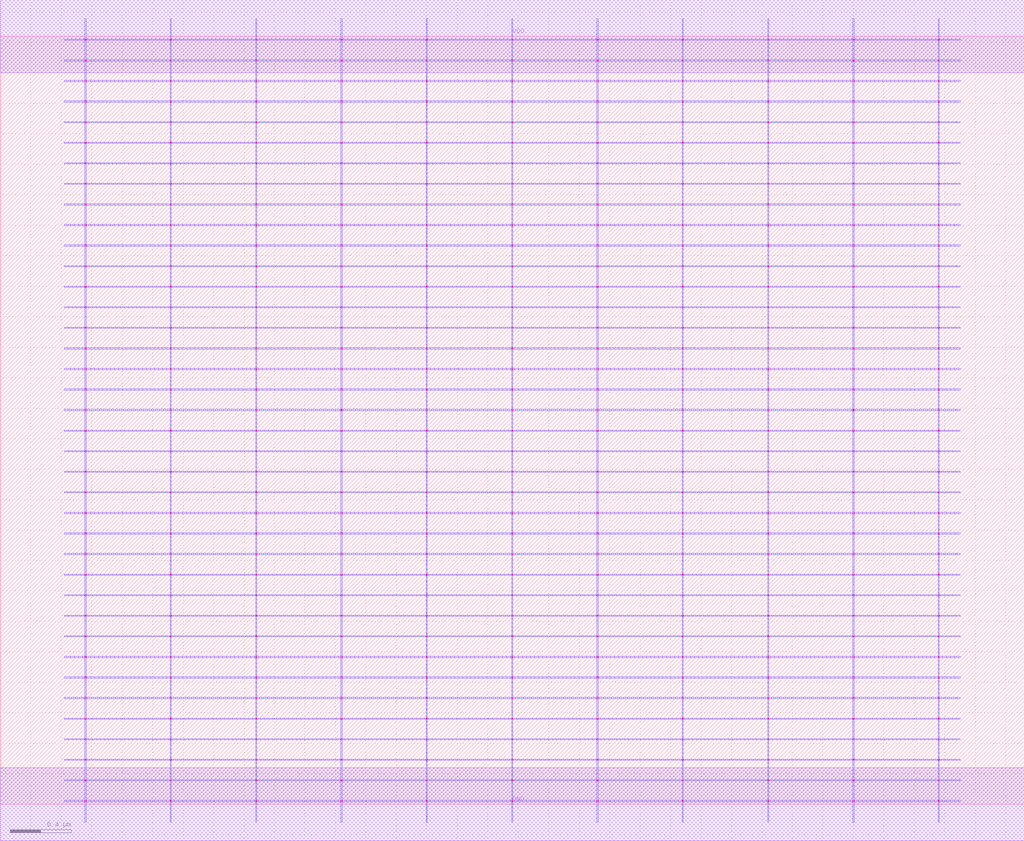
<source format=lef>
MACRO AOAI211
 CLASS CORE ;
 FOREIGN AOAI211 0 0 ;
 SIZE 6.72 BY 5.04 ;
 ORIGIN 0 0 ;
 SYMMETRY X Y R90 ;
 SITE unit ;
  PIN VDD
   DIRECTION INOUT ;
   USE POWER ;
   SHAPE ABUTMENT ;
    PORT
     CLASS CORE ;
       LAYER met1 ;
        RECT 0.00000000 4.80000000 6.72000000 5.28000000 ;
    END
  END VDD

  PIN GND
   DIRECTION INOUT ;
   USE POWER ;
   SHAPE ABUTMENT ;
    PORT
     CLASS CORE ;
       LAYER met1 ;
        RECT 0.00000000 -0.24000000 6.72000000 0.24000000 ;
    END
  END GND

 OBS
    LAYER polycont ;
     RECT 1.11600000 2.58300000 1.12400000 2.59100000 ;
     RECT 2.23600000 2.58300000 2.24400000 2.59100000 ;
     RECT 3.35600000 2.58300000 3.36400000 2.59100000 ;
     RECT 5.59600000 2.58300000 5.60400000 2.59100000 ;
     RECT 1.11600000 2.98800000 1.12400000 2.99600000 ;
     RECT 2.23600000 2.98800000 2.24400000 2.99600000 ;
     RECT 3.35600000 2.98800000 3.36400000 2.99600000 ;
     RECT 4.47600000 2.98800000 4.48400000 2.99600000 ;

    LAYER pdiffc ;
     RECT 0.55600000 3.39300000 0.56400000 3.40100000 ;
     RECT 1.67600000 3.39300000 1.68400000 3.40100000 ;
     RECT 2.79600000 3.39300000 2.80400000 3.40100000 ;
     RECT 3.91600000 3.39300000 3.92400000 3.40100000 ;
     RECT 5.03600000 3.39300000 5.04400000 3.40100000 ;
     RECT 0.55600000 3.52800000 0.56400000 3.53600000 ;
     RECT 1.67600000 3.52800000 1.68400000 3.53600000 ;
     RECT 2.79600000 3.52800000 2.80400000 3.53600000 ;
     RECT 3.91600000 3.52800000 3.92400000 3.53600000 ;
     RECT 5.03600000 3.52800000 5.04400000 3.53600000 ;
     RECT 0.55600000 3.66300000 0.56400000 3.67100000 ;
     RECT 1.67600000 3.66300000 1.68400000 3.67100000 ;
     RECT 2.79600000 3.66300000 2.80400000 3.67100000 ;
     RECT 3.91600000 3.66300000 3.92400000 3.67100000 ;
     RECT 5.03600000 3.66300000 5.04400000 3.67100000 ;
     RECT 0.55600000 3.79800000 0.56400000 3.80600000 ;
     RECT 1.67600000 3.79800000 1.68400000 3.80600000 ;
     RECT 2.79600000 3.79800000 2.80400000 3.80600000 ;
     RECT 3.91600000 3.79800000 3.92400000 3.80600000 ;
     RECT 5.03600000 3.79800000 5.04400000 3.80600000 ;
     RECT 0.55600000 3.93300000 0.56400000 3.94100000 ;
     RECT 1.67600000 3.93300000 1.68400000 3.94100000 ;
     RECT 2.79600000 3.93300000 2.80400000 3.94100000 ;
     RECT 3.91600000 3.93300000 3.92400000 3.94100000 ;
     RECT 5.03600000 3.93300000 5.04400000 3.94100000 ;
     RECT 0.55600000 4.06800000 0.56400000 4.07600000 ;
     RECT 1.67600000 4.06800000 1.68400000 4.07600000 ;
     RECT 2.79600000 4.06800000 2.80400000 4.07600000 ;
     RECT 3.91600000 4.06800000 3.92400000 4.07600000 ;
     RECT 5.03600000 4.06800000 5.04400000 4.07600000 ;
     RECT 0.55600000 4.20300000 0.56400000 4.21100000 ;
     RECT 1.67600000 4.20300000 1.68400000 4.21100000 ;
     RECT 2.79600000 4.20300000 2.80400000 4.21100000 ;
     RECT 3.91600000 4.20300000 3.92400000 4.21100000 ;
     RECT 5.03600000 4.20300000 5.04400000 4.21100000 ;
     RECT 0.55600000 4.33800000 0.56400000 4.34600000 ;
     RECT 1.67600000 4.33800000 1.68400000 4.34600000 ;
     RECT 2.79600000 4.33800000 2.80400000 4.34600000 ;
     RECT 3.91600000 4.33800000 3.92400000 4.34600000 ;
     RECT 5.03600000 4.33800000 5.04400000 4.34600000 ;
     RECT 0.55600000 4.47300000 0.56400000 4.48100000 ;
     RECT 1.67600000 4.47300000 1.68400000 4.48100000 ;
     RECT 2.79600000 4.47300000 2.80400000 4.48100000 ;
     RECT 3.91600000 4.47300000 3.92400000 4.48100000 ;
     RECT 5.03600000 4.47300000 5.04400000 4.48100000 ;
     RECT 0.55600000 4.60800000 0.56400000 4.61600000 ;
     RECT 1.67600000 4.60800000 1.68400000 4.61600000 ;
     RECT 2.79600000 4.60800000 2.80400000 4.61600000 ;
     RECT 3.91600000 4.60800000 3.92400000 4.61600000 ;
     RECT 5.03600000 4.60800000 5.04400000 4.61600000 ;

    LAYER ndiffc ;
     RECT 0.55600000 0.42300000 0.56400000 0.43100000 ;
     RECT 1.67600000 0.42300000 1.68400000 0.43100000 ;
     RECT 2.79600000 0.42300000 2.80400000 0.43100000 ;
     RECT 3.91600000 0.42300000 3.92400000 0.43100000 ;
     RECT 5.03600000 0.42300000 5.04400000 0.43100000 ;
     RECT 6.15600000 0.42300000 6.16400000 0.43100000 ;
     RECT 0.55600000 0.55800000 0.56400000 0.56600000 ;
     RECT 1.67600000 0.55800000 1.68400000 0.56600000 ;
     RECT 2.79600000 0.55800000 2.80400000 0.56600000 ;
     RECT 3.91600000 0.55800000 3.92400000 0.56600000 ;
     RECT 5.03600000 0.55800000 5.04400000 0.56600000 ;
     RECT 6.15600000 0.55800000 6.16400000 0.56600000 ;
     RECT 0.55600000 0.69300000 0.56400000 0.70100000 ;
     RECT 1.67600000 0.69300000 1.68400000 0.70100000 ;
     RECT 2.79600000 0.69300000 2.80400000 0.70100000 ;
     RECT 3.91600000 0.69300000 3.92400000 0.70100000 ;
     RECT 5.03600000 0.69300000 5.04400000 0.70100000 ;
     RECT 6.15600000 0.69300000 6.16400000 0.70100000 ;
     RECT 0.55600000 0.82800000 0.56400000 0.83600000 ;
     RECT 1.67600000 0.82800000 1.68400000 0.83600000 ;
     RECT 2.79600000 0.82800000 2.80400000 0.83600000 ;
     RECT 3.91600000 0.82800000 3.92400000 0.83600000 ;
     RECT 5.03600000 0.82800000 5.04400000 0.83600000 ;
     RECT 6.15600000 0.82800000 6.16400000 0.83600000 ;
     RECT 0.55600000 0.96300000 0.56400000 0.97100000 ;
     RECT 1.67600000 0.96300000 1.68400000 0.97100000 ;
     RECT 2.79600000 0.96300000 2.80400000 0.97100000 ;
     RECT 3.91600000 0.96300000 3.92400000 0.97100000 ;
     RECT 5.03600000 0.96300000 5.04400000 0.97100000 ;
     RECT 6.15600000 0.96300000 6.16400000 0.97100000 ;
     RECT 0.55600000 1.09800000 0.56400000 1.10600000 ;
     RECT 1.67600000 1.09800000 1.68400000 1.10600000 ;
     RECT 2.79600000 1.09800000 2.80400000 1.10600000 ;
     RECT 3.91600000 1.09800000 3.92400000 1.10600000 ;
     RECT 5.03600000 1.09800000 5.04400000 1.10600000 ;
     RECT 6.15600000 1.09800000 6.16400000 1.10600000 ;
     RECT 0.55600000 1.23300000 0.56400000 1.24100000 ;
     RECT 1.67600000 1.23300000 1.68400000 1.24100000 ;
     RECT 2.79600000 1.23300000 2.80400000 1.24100000 ;
     RECT 3.91600000 1.23300000 3.92400000 1.24100000 ;
     RECT 5.03600000 1.23300000 5.04400000 1.24100000 ;
     RECT 6.15600000 1.23300000 6.16400000 1.24100000 ;
     RECT 0.55600000 1.36800000 0.56400000 1.37600000 ;
     RECT 1.67600000 1.36800000 1.68400000 1.37600000 ;
     RECT 2.79600000 1.36800000 2.80400000 1.37600000 ;
     RECT 3.91600000 1.36800000 3.92400000 1.37600000 ;
     RECT 5.03600000 1.36800000 5.04400000 1.37600000 ;
     RECT 6.15600000 1.36800000 6.16400000 1.37600000 ;
     RECT 0.55600000 1.50300000 0.56400000 1.51100000 ;
     RECT 1.67600000 1.50300000 1.68400000 1.51100000 ;
     RECT 2.79600000 1.50300000 2.80400000 1.51100000 ;
     RECT 3.91600000 1.50300000 3.92400000 1.51100000 ;
     RECT 5.03600000 1.50300000 5.04400000 1.51100000 ;
     RECT 6.15600000 1.50300000 6.16400000 1.51100000 ;
     RECT 0.55600000 1.63800000 0.56400000 1.64600000 ;
     RECT 1.67600000 1.63800000 1.68400000 1.64600000 ;
     RECT 2.79600000 1.63800000 2.80400000 1.64600000 ;
     RECT 3.91600000 1.63800000 3.92400000 1.64600000 ;
     RECT 5.03600000 1.63800000 5.04400000 1.64600000 ;
     RECT 6.15600000 1.63800000 6.16400000 1.64600000 ;
     RECT 0.55600000 1.77300000 0.56400000 1.78100000 ;
     RECT 1.67600000 1.77300000 1.68400000 1.78100000 ;
     RECT 2.79600000 1.77300000 2.80400000 1.78100000 ;
     RECT 3.91600000 1.77300000 3.92400000 1.78100000 ;
     RECT 5.03600000 1.77300000 5.04400000 1.78100000 ;
     RECT 6.15600000 1.77300000 6.16400000 1.78100000 ;
     RECT 0.55600000 1.90800000 0.56400000 1.91600000 ;
     RECT 1.67600000 1.90800000 1.68400000 1.91600000 ;
     RECT 2.79600000 1.90800000 2.80400000 1.91600000 ;
     RECT 3.91600000 1.90800000 3.92400000 1.91600000 ;
     RECT 5.03600000 1.90800000 5.04400000 1.91600000 ;
     RECT 6.15600000 1.90800000 6.16400000 1.91600000 ;
     RECT 0.55600000 2.04300000 0.56400000 2.05100000 ;
     RECT 1.67600000 2.04300000 1.68400000 2.05100000 ;
     RECT 2.79600000 2.04300000 2.80400000 2.05100000 ;
     RECT 3.91600000 2.04300000 3.92400000 2.05100000 ;
     RECT 5.03600000 2.04300000 5.04400000 2.05100000 ;
     RECT 6.15600000 2.04300000 6.16400000 2.05100000 ;

    LAYER met1 ;
     RECT 0.00000000 -0.24000000 6.72000000 0.24000000 ;
     RECT 3.35600000 0.24000000 3.36400000 0.28800000 ;
     RECT 0.44500000 0.28800000 6.27500000 0.29600000 ;
     RECT 3.35600000 0.29600000 3.36400000 0.42300000 ;
     RECT 0.44500000 0.42300000 6.27500000 0.43100000 ;
     RECT 3.35600000 0.43100000 3.36400000 0.55800000 ;
     RECT 0.44500000 0.55800000 6.27500000 0.56600000 ;
     RECT 3.35600000 0.56600000 3.36400000 0.69300000 ;
     RECT 0.44500000 0.69300000 6.27500000 0.70100000 ;
     RECT 3.35600000 0.70100000 3.36400000 0.82800000 ;
     RECT 0.44500000 0.82800000 6.27500000 0.83600000 ;
     RECT 3.35600000 0.83600000 3.36400000 0.96300000 ;
     RECT 0.44500000 0.96300000 6.27500000 0.97100000 ;
     RECT 3.35600000 0.97100000 3.36400000 1.09800000 ;
     RECT 0.44500000 1.09800000 6.27500000 1.10600000 ;
     RECT 3.35600000 1.10600000 3.36400000 1.23300000 ;
     RECT 0.44500000 1.23300000 6.27500000 1.24100000 ;
     RECT 3.35600000 1.24100000 3.36400000 1.36800000 ;
     RECT 0.44500000 1.36800000 6.27500000 1.37600000 ;
     RECT 3.35600000 1.37600000 3.36400000 1.50300000 ;
     RECT 0.44500000 1.50300000 6.27500000 1.51100000 ;
     RECT 3.35600000 1.51100000 3.36400000 1.63800000 ;
     RECT 0.44500000 1.63800000 6.27500000 1.64600000 ;
     RECT 3.35600000 1.64600000 3.36400000 1.77300000 ;
     RECT 0.44500000 1.77300000 6.27500000 1.78100000 ;
     RECT 3.35600000 1.78100000 3.36400000 1.90800000 ;
     RECT 0.44500000 1.90800000 6.27500000 1.91600000 ;
     RECT 3.35600000 1.91600000 3.36400000 2.04300000 ;
     RECT 0.44500000 2.04300000 6.27500000 2.05100000 ;
     RECT 3.35600000 2.05100000 3.36400000 2.17800000 ;
     RECT 0.44500000 2.17800000 6.27500000 2.18600000 ;
     RECT 3.35600000 2.18600000 3.36400000 2.31300000 ;
     RECT 0.44500000 2.31300000 6.27500000 2.32100000 ;
     RECT 3.35600000 2.32100000 3.36400000 2.44800000 ;
     RECT 0.44500000 2.44800000 6.27500000 2.45600000 ;
     RECT 0.55600000 2.45600000 0.56400000 2.58300000 ;
     RECT 1.11600000 2.45600000 1.12400000 2.58300000 ;
     RECT 1.67600000 2.45600000 1.68400000 2.58300000 ;
     RECT 2.23600000 2.45600000 2.24400000 2.58300000 ;
     RECT 2.79600000 2.45600000 2.80400000 2.58300000 ;
     RECT 3.35600000 2.45600000 3.36400000 2.58300000 ;
     RECT 3.91600000 2.45600000 3.92400000 2.58300000 ;
     RECT 4.47600000 2.45600000 4.48400000 2.58300000 ;
     RECT 5.03600000 2.45600000 5.04400000 2.58300000 ;
     RECT 5.59600000 2.45600000 5.60400000 2.58300000 ;
     RECT 6.15600000 2.45600000 6.16400000 2.58300000 ;
     RECT 0.44500000 2.58300000 6.27500000 2.59100000 ;
     RECT 3.35600000 2.59100000 3.36400000 2.71800000 ;
     RECT 0.44500000 2.71800000 6.27500000 2.72600000 ;
     RECT 3.35600000 2.72600000 3.36400000 2.85300000 ;
     RECT 0.44500000 2.85300000 6.27500000 2.86100000 ;
     RECT 3.35600000 2.86100000 3.36400000 2.98800000 ;
     RECT 0.44500000 2.98800000 6.27500000 2.99600000 ;
     RECT 3.35600000 2.99600000 3.36400000 3.12300000 ;
     RECT 0.44500000 3.12300000 6.27500000 3.13100000 ;
     RECT 3.35600000 3.13100000 3.36400000 3.25800000 ;
     RECT 0.44500000 3.25800000 6.27500000 3.26600000 ;
     RECT 3.35600000 3.26600000 3.36400000 3.39300000 ;
     RECT 0.44500000 3.39300000 6.27500000 3.40100000 ;
     RECT 3.35600000 3.40100000 3.36400000 3.52800000 ;
     RECT 0.44500000 3.52800000 6.27500000 3.53600000 ;
     RECT 3.35600000 3.53600000 3.36400000 3.66300000 ;
     RECT 0.44500000 3.66300000 6.27500000 3.67100000 ;
     RECT 3.35600000 3.67100000 3.36400000 3.79800000 ;
     RECT 0.44500000 3.79800000 6.27500000 3.80600000 ;
     RECT 3.35600000 3.80600000 3.36400000 3.93300000 ;
     RECT 0.44500000 3.93300000 6.27500000 3.94100000 ;
     RECT 3.35600000 3.94100000 3.36400000 4.06800000 ;
     RECT 0.44500000 4.06800000 6.27500000 4.07600000 ;
     RECT 3.35600000 4.07600000 3.36400000 4.20300000 ;
     RECT 0.44500000 4.20300000 6.27500000 4.21100000 ;
     RECT 3.35600000 4.21100000 3.36400000 4.33800000 ;
     RECT 0.44500000 4.33800000 6.27500000 4.34600000 ;
     RECT 3.35600000 4.34600000 3.36400000 4.47300000 ;
     RECT 0.44500000 4.47300000 6.27500000 4.48100000 ;
     RECT 3.35600000 4.48100000 3.36400000 4.60800000 ;
     RECT 0.44500000 4.60800000 6.27500000 4.61600000 ;
     RECT 3.35600000 4.61600000 3.36400000 4.74300000 ;
     RECT 0.44500000 4.74300000 6.27500000 4.75100000 ;
     RECT 3.35600000 4.75100000 3.36400000 4.80000000 ;
     RECT 0.00000000 4.80000000 6.72000000 5.28000000 ;
     RECT 4.47600000 2.72600000 4.48400000 2.85300000 ;
     RECT 5.03600000 2.72600000 5.04400000 2.85300000 ;
     RECT 3.91600000 3.26600000 3.92400000 3.39300000 ;
     RECT 4.47600000 3.26600000 4.48400000 3.39300000 ;
     RECT 5.03600000 3.26600000 5.04400000 3.39300000 ;
     RECT 5.59600000 3.26600000 5.60400000 3.39300000 ;
     RECT 6.15600000 3.26600000 6.16400000 3.39300000 ;
     RECT 5.59600000 2.72600000 5.60400000 2.85300000 ;
     RECT 6.15600000 2.72600000 6.16400000 2.85300000 ;
     RECT 3.91600000 3.40100000 3.92400000 3.52800000 ;
     RECT 4.47600000 3.40100000 4.48400000 3.52800000 ;
     RECT 5.03600000 3.40100000 5.04400000 3.52800000 ;
     RECT 5.59600000 3.40100000 5.60400000 3.52800000 ;
     RECT 6.15600000 3.40100000 6.16400000 3.52800000 ;
     RECT 5.03600000 2.59100000 5.04400000 2.71800000 ;
     RECT 5.59600000 2.59100000 5.60400000 2.71800000 ;
     RECT 3.91600000 3.53600000 3.92400000 3.66300000 ;
     RECT 4.47600000 3.53600000 4.48400000 3.66300000 ;
     RECT 5.03600000 3.53600000 5.04400000 3.66300000 ;
     RECT 5.59600000 3.53600000 5.60400000 3.66300000 ;
     RECT 6.15600000 3.53600000 6.16400000 3.66300000 ;
     RECT 3.91600000 2.86100000 3.92400000 2.98800000 ;
     RECT 4.47600000 2.86100000 4.48400000 2.98800000 ;
     RECT 3.91600000 3.67100000 3.92400000 3.79800000 ;
     RECT 4.47600000 3.67100000 4.48400000 3.79800000 ;
     RECT 5.03600000 3.67100000 5.04400000 3.79800000 ;
     RECT 5.59600000 3.67100000 5.60400000 3.79800000 ;
     RECT 6.15600000 3.67100000 6.16400000 3.79800000 ;
     RECT 5.03600000 2.86100000 5.04400000 2.98800000 ;
     RECT 5.59600000 2.86100000 5.60400000 2.98800000 ;
     RECT 3.91600000 3.80600000 3.92400000 3.93300000 ;
     RECT 4.47600000 3.80600000 4.48400000 3.93300000 ;
     RECT 5.03600000 3.80600000 5.04400000 3.93300000 ;
     RECT 5.59600000 3.80600000 5.60400000 3.93300000 ;
     RECT 6.15600000 3.80600000 6.16400000 3.93300000 ;
     RECT 6.15600000 2.86100000 6.16400000 2.98800000 ;
     RECT 6.15600000 2.59100000 6.16400000 2.71800000 ;
     RECT 3.91600000 3.94100000 3.92400000 4.06800000 ;
     RECT 4.47600000 3.94100000 4.48400000 4.06800000 ;
     RECT 5.03600000 3.94100000 5.04400000 4.06800000 ;
     RECT 5.59600000 3.94100000 5.60400000 4.06800000 ;
     RECT 6.15600000 3.94100000 6.16400000 4.06800000 ;
     RECT 3.91600000 2.59100000 3.92400000 2.71800000 ;
     RECT 3.91600000 2.99600000 3.92400000 3.12300000 ;
     RECT 3.91600000 4.07600000 3.92400000 4.20300000 ;
     RECT 4.47600000 4.07600000 4.48400000 4.20300000 ;
     RECT 5.03600000 4.07600000 5.04400000 4.20300000 ;
     RECT 5.59600000 4.07600000 5.60400000 4.20300000 ;
     RECT 6.15600000 4.07600000 6.16400000 4.20300000 ;
     RECT 4.47600000 2.99600000 4.48400000 3.12300000 ;
     RECT 5.03600000 2.99600000 5.04400000 3.12300000 ;
     RECT 3.91600000 4.21100000 3.92400000 4.33800000 ;
     RECT 4.47600000 4.21100000 4.48400000 4.33800000 ;
     RECT 5.03600000 4.21100000 5.04400000 4.33800000 ;
     RECT 5.59600000 4.21100000 5.60400000 4.33800000 ;
     RECT 6.15600000 4.21100000 6.16400000 4.33800000 ;
     RECT 5.59600000 2.99600000 5.60400000 3.12300000 ;
     RECT 6.15600000 2.99600000 6.16400000 3.12300000 ;
     RECT 3.91600000 4.34600000 3.92400000 4.47300000 ;
     RECT 4.47600000 4.34600000 4.48400000 4.47300000 ;
     RECT 5.03600000 4.34600000 5.04400000 4.47300000 ;
     RECT 5.59600000 4.34600000 5.60400000 4.47300000 ;
     RECT 6.15600000 4.34600000 6.16400000 4.47300000 ;
     RECT 4.47600000 2.59100000 4.48400000 2.71800000 ;
     RECT 3.91600000 2.72600000 3.92400000 2.85300000 ;
     RECT 3.91600000 4.48100000 3.92400000 4.60800000 ;
     RECT 4.47600000 4.48100000 4.48400000 4.60800000 ;
     RECT 5.03600000 4.48100000 5.04400000 4.60800000 ;
     RECT 5.59600000 4.48100000 5.60400000 4.60800000 ;
     RECT 6.15600000 4.48100000 6.16400000 4.60800000 ;
     RECT 3.91600000 3.13100000 3.92400000 3.25800000 ;
     RECT 4.47600000 3.13100000 4.48400000 3.25800000 ;
     RECT 3.91600000 4.61600000 3.92400000 4.74300000 ;
     RECT 4.47600000 4.61600000 4.48400000 4.74300000 ;
     RECT 5.03600000 4.61600000 5.04400000 4.74300000 ;
     RECT 5.59600000 4.61600000 5.60400000 4.74300000 ;
     RECT 6.15600000 4.61600000 6.16400000 4.74300000 ;
     RECT 5.03600000 3.13100000 5.04400000 3.25800000 ;
     RECT 5.59600000 3.13100000 5.60400000 3.25800000 ;
     RECT 3.91600000 4.75100000 3.92400000 4.80000000 ;
     RECT 4.47600000 4.75100000 4.48400000 4.80000000 ;
     RECT 5.03600000 4.75100000 5.04400000 4.80000000 ;
     RECT 5.59600000 4.75100000 5.60400000 4.80000000 ;
     RECT 6.15600000 4.75100000 6.16400000 4.80000000 ;
     RECT 6.15600000 3.13100000 6.16400000 3.25800000 ;
     RECT 2.23600000 2.99600000 2.24400000 3.12300000 ;
     RECT 0.55600000 3.94100000 0.56400000 4.06800000 ;
     RECT 1.11600000 3.94100000 1.12400000 4.06800000 ;
     RECT 1.67600000 3.94100000 1.68400000 4.06800000 ;
     RECT 2.23600000 3.94100000 2.24400000 4.06800000 ;
     RECT 2.79600000 3.94100000 2.80400000 4.06800000 ;
     RECT 2.79600000 2.99600000 2.80400000 3.12300000 ;
     RECT 1.11600000 2.59100000 1.12400000 2.71800000 ;
     RECT 0.55600000 3.40100000 0.56400000 3.52800000 ;
     RECT 1.11600000 3.40100000 1.12400000 3.52800000 ;
     RECT 1.67600000 3.40100000 1.68400000 3.52800000 ;
     RECT 2.23600000 3.40100000 2.24400000 3.52800000 ;
     RECT 2.79600000 3.40100000 2.80400000 3.52800000 ;
     RECT 0.55600000 4.07600000 0.56400000 4.20300000 ;
     RECT 1.11600000 4.07600000 1.12400000 4.20300000 ;
     RECT 1.67600000 4.07600000 1.68400000 4.20300000 ;
     RECT 2.23600000 4.07600000 2.24400000 4.20300000 ;
     RECT 2.79600000 4.07600000 2.80400000 4.20300000 ;
     RECT 0.55600000 2.72600000 0.56400000 2.85300000 ;
     RECT 1.11600000 2.72600000 1.12400000 2.85300000 ;
     RECT 0.55600000 2.86100000 0.56400000 2.98800000 ;
     RECT 1.11600000 2.86100000 1.12400000 2.98800000 ;
     RECT 1.67600000 2.86100000 1.68400000 2.98800000 ;
     RECT 2.23600000 2.86100000 2.24400000 2.98800000 ;
     RECT 0.55600000 3.13100000 0.56400000 3.25800000 ;
     RECT 0.55600000 4.21100000 0.56400000 4.33800000 ;
     RECT 1.11600000 4.21100000 1.12400000 4.33800000 ;
     RECT 1.67600000 4.21100000 1.68400000 4.33800000 ;
     RECT 2.23600000 4.21100000 2.24400000 4.33800000 ;
     RECT 2.79600000 4.21100000 2.80400000 4.33800000 ;
     RECT 0.55600000 3.53600000 0.56400000 3.66300000 ;
     RECT 1.11600000 3.53600000 1.12400000 3.66300000 ;
     RECT 1.67600000 3.53600000 1.68400000 3.66300000 ;
     RECT 2.23600000 3.53600000 2.24400000 3.66300000 ;
     RECT 2.79600000 3.53600000 2.80400000 3.66300000 ;
     RECT 1.11600000 3.13100000 1.12400000 3.25800000 ;
     RECT 1.67600000 3.13100000 1.68400000 3.25800000 ;
     RECT 0.55600000 4.34600000 0.56400000 4.47300000 ;
     RECT 1.11600000 4.34600000 1.12400000 4.47300000 ;
     RECT 1.67600000 4.34600000 1.68400000 4.47300000 ;
     RECT 2.23600000 4.34600000 2.24400000 4.47300000 ;
     RECT 2.79600000 4.34600000 2.80400000 4.47300000 ;
     RECT 2.23600000 3.13100000 2.24400000 3.25800000 ;
     RECT 2.79600000 3.13100000 2.80400000 3.25800000 ;
     RECT 2.79600000 2.86100000 2.80400000 2.98800000 ;
     RECT 1.67600000 2.72600000 1.68400000 2.85300000 ;
     RECT 2.23600000 2.72600000 2.24400000 2.85300000 ;
     RECT 0.55600000 3.67100000 0.56400000 3.79800000 ;
     RECT 1.11600000 3.67100000 1.12400000 3.79800000 ;
     RECT 0.55600000 4.48100000 0.56400000 4.60800000 ;
     RECT 1.11600000 4.48100000 1.12400000 4.60800000 ;
     RECT 1.67600000 4.48100000 1.68400000 4.60800000 ;
     RECT 2.23600000 4.48100000 2.24400000 4.60800000 ;
     RECT 2.79600000 4.48100000 2.80400000 4.60800000 ;
     RECT 1.67600000 3.67100000 1.68400000 3.79800000 ;
     RECT 2.23600000 3.67100000 2.24400000 3.79800000 ;
     RECT 2.79600000 3.67100000 2.80400000 3.79800000 ;
     RECT 2.79600000 2.72600000 2.80400000 2.85300000 ;
     RECT 1.67600000 2.59100000 1.68400000 2.71800000 ;
     RECT 2.23600000 2.59100000 2.24400000 2.71800000 ;
     RECT 2.79600000 2.59100000 2.80400000 2.71800000 ;
     RECT 0.55600000 4.61600000 0.56400000 4.74300000 ;
     RECT 1.11600000 4.61600000 1.12400000 4.74300000 ;
     RECT 1.67600000 4.61600000 1.68400000 4.74300000 ;
     RECT 2.23600000 4.61600000 2.24400000 4.74300000 ;
     RECT 2.79600000 4.61600000 2.80400000 4.74300000 ;
     RECT 0.55600000 3.26600000 0.56400000 3.39300000 ;
     RECT 1.11600000 3.26600000 1.12400000 3.39300000 ;
     RECT 1.67600000 3.26600000 1.68400000 3.39300000 ;
     RECT 0.55600000 3.80600000 0.56400000 3.93300000 ;
     RECT 1.11600000 3.80600000 1.12400000 3.93300000 ;
     RECT 1.67600000 3.80600000 1.68400000 3.93300000 ;
     RECT 2.23600000 3.80600000 2.24400000 3.93300000 ;
     RECT 0.55600000 4.75100000 0.56400000 4.80000000 ;
     RECT 1.11600000 4.75100000 1.12400000 4.80000000 ;
     RECT 1.67600000 4.75100000 1.68400000 4.80000000 ;
     RECT 2.23600000 4.75100000 2.24400000 4.80000000 ;
     RECT 2.79600000 4.75100000 2.80400000 4.80000000 ;
     RECT 2.79600000 3.80600000 2.80400000 3.93300000 ;
     RECT 2.23600000 3.26600000 2.24400000 3.39300000 ;
     RECT 2.79600000 3.26600000 2.80400000 3.39300000 ;
     RECT 0.55600000 2.59100000 0.56400000 2.71800000 ;
     RECT 0.55600000 2.99600000 0.56400000 3.12300000 ;
     RECT 1.11600000 2.99600000 1.12400000 3.12300000 ;
     RECT 1.67600000 2.99600000 1.68400000 3.12300000 ;
     RECT 2.23600000 1.64600000 2.24400000 1.77300000 ;
     RECT 2.79600000 1.64600000 2.80400000 1.77300000 ;
     RECT 1.11600000 0.56600000 1.12400000 0.69300000 ;
     RECT 1.67600000 0.56600000 1.68400000 0.69300000 ;
     RECT 0.55600000 1.78100000 0.56400000 1.90800000 ;
     RECT 1.11600000 1.78100000 1.12400000 1.90800000 ;
     RECT 1.67600000 1.78100000 1.68400000 1.90800000 ;
     RECT 2.23600000 1.78100000 2.24400000 1.90800000 ;
     RECT 2.79600000 1.78100000 2.80400000 1.90800000 ;
     RECT 2.23600000 0.56600000 2.24400000 0.69300000 ;
     RECT 2.79600000 0.56600000 2.80400000 0.69300000 ;
     RECT 0.55600000 1.91600000 0.56400000 2.04300000 ;
     RECT 1.11600000 1.91600000 1.12400000 2.04300000 ;
     RECT 1.67600000 1.91600000 1.68400000 2.04300000 ;
     RECT 2.23600000 1.91600000 2.24400000 2.04300000 ;
     RECT 2.79600000 1.91600000 2.80400000 2.04300000 ;
     RECT 1.11600000 0.24000000 1.12400000 0.28800000 ;
     RECT 0.55600000 0.29600000 0.56400000 0.42300000 ;
     RECT 0.55600000 2.05100000 0.56400000 2.17800000 ;
     RECT 1.11600000 2.05100000 1.12400000 2.17800000 ;
     RECT 1.67600000 2.05100000 1.68400000 2.17800000 ;
     RECT 2.23600000 2.05100000 2.24400000 2.17800000 ;
     RECT 2.79600000 2.05100000 2.80400000 2.17800000 ;
     RECT 0.55600000 0.70100000 0.56400000 0.82800000 ;
     RECT 1.11600000 0.70100000 1.12400000 0.82800000 ;
     RECT 0.55600000 2.18600000 0.56400000 2.31300000 ;
     RECT 1.11600000 2.18600000 1.12400000 2.31300000 ;
     RECT 1.67600000 2.18600000 1.68400000 2.31300000 ;
     RECT 2.23600000 2.18600000 2.24400000 2.31300000 ;
     RECT 2.79600000 2.18600000 2.80400000 2.31300000 ;
     RECT 1.67600000 0.70100000 1.68400000 0.82800000 ;
     RECT 2.23600000 0.70100000 2.24400000 0.82800000 ;
     RECT 0.55600000 2.32100000 0.56400000 2.44800000 ;
     RECT 1.11600000 2.32100000 1.12400000 2.44800000 ;
     RECT 1.67600000 2.32100000 1.68400000 2.44800000 ;
     RECT 2.23600000 2.32100000 2.24400000 2.44800000 ;
     RECT 2.79600000 2.32100000 2.80400000 2.44800000 ;
     RECT 2.79600000 0.70100000 2.80400000 0.82800000 ;
     RECT 1.11600000 0.29600000 1.12400000 0.42300000 ;
     RECT 1.67600000 0.29600000 1.68400000 0.42300000 ;
     RECT 0.55600000 0.83600000 0.56400000 0.96300000 ;
     RECT 1.11600000 0.83600000 1.12400000 0.96300000 ;
     RECT 1.67600000 0.83600000 1.68400000 0.96300000 ;
     RECT 2.23600000 0.83600000 2.24400000 0.96300000 ;
     RECT 2.79600000 0.83600000 2.80400000 0.96300000 ;
     RECT 2.23600000 0.29600000 2.24400000 0.42300000 ;
     RECT 2.79600000 0.29600000 2.80400000 0.42300000 ;
     RECT 0.55600000 0.97100000 0.56400000 1.09800000 ;
     RECT 1.11600000 0.97100000 1.12400000 1.09800000 ;
     RECT 1.67600000 0.97100000 1.68400000 1.09800000 ;
     RECT 2.23600000 0.97100000 2.24400000 1.09800000 ;
     RECT 2.79600000 0.97100000 2.80400000 1.09800000 ;
     RECT 1.67600000 0.24000000 1.68400000 0.28800000 ;
     RECT 2.23600000 0.24000000 2.24400000 0.28800000 ;
     RECT 0.55600000 1.10600000 0.56400000 1.23300000 ;
     RECT 1.11600000 1.10600000 1.12400000 1.23300000 ;
     RECT 1.67600000 1.10600000 1.68400000 1.23300000 ;
     RECT 2.23600000 1.10600000 2.24400000 1.23300000 ;
     RECT 2.79600000 1.10600000 2.80400000 1.23300000 ;
     RECT 0.55600000 0.43100000 0.56400000 0.55800000 ;
     RECT 1.11600000 0.43100000 1.12400000 0.55800000 ;
     RECT 0.55600000 1.24100000 0.56400000 1.36800000 ;
     RECT 1.11600000 1.24100000 1.12400000 1.36800000 ;
     RECT 1.67600000 1.24100000 1.68400000 1.36800000 ;
     RECT 2.23600000 1.24100000 2.24400000 1.36800000 ;
     RECT 2.79600000 1.24100000 2.80400000 1.36800000 ;
     RECT 1.67600000 0.43100000 1.68400000 0.55800000 ;
     RECT 2.23600000 0.43100000 2.24400000 0.55800000 ;
     RECT 0.55600000 1.37600000 0.56400000 1.50300000 ;
     RECT 1.11600000 1.37600000 1.12400000 1.50300000 ;
     RECT 1.67600000 1.37600000 1.68400000 1.50300000 ;
     RECT 2.23600000 1.37600000 2.24400000 1.50300000 ;
     RECT 2.79600000 1.37600000 2.80400000 1.50300000 ;
     RECT 2.79600000 0.43100000 2.80400000 0.55800000 ;
     RECT 2.79600000 0.24000000 2.80400000 0.28800000 ;
     RECT 0.55600000 1.51100000 0.56400000 1.63800000 ;
     RECT 1.11600000 1.51100000 1.12400000 1.63800000 ;
     RECT 1.67600000 1.51100000 1.68400000 1.63800000 ;
     RECT 2.23600000 1.51100000 2.24400000 1.63800000 ;
     RECT 2.79600000 1.51100000 2.80400000 1.63800000 ;
     RECT 0.55600000 0.24000000 0.56400000 0.28800000 ;
     RECT 0.55600000 0.56600000 0.56400000 0.69300000 ;
     RECT 0.55600000 1.64600000 0.56400000 1.77300000 ;
     RECT 1.11600000 1.64600000 1.12400000 1.77300000 ;
     RECT 1.67600000 1.64600000 1.68400000 1.77300000 ;
     RECT 5.59600000 1.91600000 5.60400000 2.04300000 ;
     RECT 6.15600000 1.91600000 6.16400000 2.04300000 ;
     RECT 5.59600000 0.70100000 5.60400000 0.82800000 ;
     RECT 6.15600000 0.70100000 6.16400000 0.82800000 ;
     RECT 6.15600000 0.43100000 6.16400000 0.55800000 ;
     RECT 5.03600000 0.29600000 5.04400000 0.42300000 ;
     RECT 5.59600000 0.29600000 5.60400000 0.42300000 ;
     RECT 3.91600000 1.24100000 3.92400000 1.36800000 ;
     RECT 4.47600000 1.24100000 4.48400000 1.36800000 ;
     RECT 3.91600000 2.05100000 3.92400000 2.17800000 ;
     RECT 4.47600000 2.05100000 4.48400000 2.17800000 ;
     RECT 5.03600000 2.05100000 5.04400000 2.17800000 ;
     RECT 5.59600000 2.05100000 5.60400000 2.17800000 ;
     RECT 6.15600000 2.05100000 6.16400000 2.17800000 ;
     RECT 5.03600000 1.24100000 5.04400000 1.36800000 ;
     RECT 5.59600000 1.24100000 5.60400000 1.36800000 ;
     RECT 6.15600000 1.24100000 6.16400000 1.36800000 ;
     RECT 6.15600000 0.29600000 6.16400000 0.42300000 ;
     RECT 5.03600000 0.24000000 5.04400000 0.28800000 ;
     RECT 5.59600000 0.24000000 5.60400000 0.28800000 ;
     RECT 6.15600000 0.24000000 6.16400000 0.28800000 ;
     RECT 3.91600000 2.18600000 3.92400000 2.31300000 ;
     RECT 4.47600000 2.18600000 4.48400000 2.31300000 ;
     RECT 5.03600000 2.18600000 5.04400000 2.31300000 ;
     RECT 5.59600000 2.18600000 5.60400000 2.31300000 ;
     RECT 6.15600000 2.18600000 6.16400000 2.31300000 ;
     RECT 3.91600000 0.83600000 3.92400000 0.96300000 ;
     RECT 4.47600000 0.83600000 4.48400000 0.96300000 ;
     RECT 5.03600000 0.83600000 5.04400000 0.96300000 ;
     RECT 3.91600000 1.37600000 3.92400000 1.50300000 ;
     RECT 4.47600000 1.37600000 4.48400000 1.50300000 ;
     RECT 5.03600000 1.37600000 5.04400000 1.50300000 ;
     RECT 5.59600000 1.37600000 5.60400000 1.50300000 ;
     RECT 3.91600000 2.32100000 3.92400000 2.44800000 ;
     RECT 4.47600000 2.32100000 4.48400000 2.44800000 ;
     RECT 5.03600000 2.32100000 5.04400000 2.44800000 ;
     RECT 5.59600000 2.32100000 5.60400000 2.44800000 ;
     RECT 6.15600000 2.32100000 6.16400000 2.44800000 ;
     RECT 6.15600000 1.37600000 6.16400000 1.50300000 ;
     RECT 5.59600000 0.83600000 5.60400000 0.96300000 ;
     RECT 6.15600000 0.83600000 6.16400000 0.96300000 ;
     RECT 3.91600000 0.24000000 3.92400000 0.28800000 ;
     RECT 3.91600000 0.56600000 3.92400000 0.69300000 ;
     RECT 4.47600000 0.56600000 4.48400000 0.69300000 ;
     RECT 5.03600000 0.56600000 5.04400000 0.69300000 ;
     RECT 5.59600000 0.56600000 5.60400000 0.69300000 ;
     RECT 3.91600000 1.51100000 3.92400000 1.63800000 ;
     RECT 4.47600000 1.51100000 4.48400000 1.63800000 ;
     RECT 5.03600000 1.51100000 5.04400000 1.63800000 ;
     RECT 5.59600000 1.51100000 5.60400000 1.63800000 ;
     RECT 6.15600000 1.51100000 6.16400000 1.63800000 ;
     RECT 6.15600000 0.56600000 6.16400000 0.69300000 ;
     RECT 4.47600000 0.24000000 4.48400000 0.28800000 ;
     RECT 3.91600000 0.97100000 3.92400000 1.09800000 ;
     RECT 4.47600000 0.97100000 4.48400000 1.09800000 ;
     RECT 5.03600000 0.97100000 5.04400000 1.09800000 ;
     RECT 5.59600000 0.97100000 5.60400000 1.09800000 ;
     RECT 6.15600000 0.97100000 6.16400000 1.09800000 ;
     RECT 3.91600000 1.64600000 3.92400000 1.77300000 ;
     RECT 4.47600000 1.64600000 4.48400000 1.77300000 ;
     RECT 5.03600000 1.64600000 5.04400000 1.77300000 ;
     RECT 5.59600000 1.64600000 5.60400000 1.77300000 ;
     RECT 6.15600000 1.64600000 6.16400000 1.77300000 ;
     RECT 3.91600000 0.29600000 3.92400000 0.42300000 ;
     RECT 4.47600000 0.29600000 4.48400000 0.42300000 ;
     RECT 3.91600000 0.43100000 3.92400000 0.55800000 ;
     RECT 4.47600000 0.43100000 4.48400000 0.55800000 ;
     RECT 5.03600000 0.43100000 5.04400000 0.55800000 ;
     RECT 5.59600000 0.43100000 5.60400000 0.55800000 ;
     RECT 3.91600000 0.70100000 3.92400000 0.82800000 ;
     RECT 3.91600000 1.78100000 3.92400000 1.90800000 ;
     RECT 4.47600000 1.78100000 4.48400000 1.90800000 ;
     RECT 5.03600000 1.78100000 5.04400000 1.90800000 ;
     RECT 5.59600000 1.78100000 5.60400000 1.90800000 ;
     RECT 6.15600000 1.78100000 6.16400000 1.90800000 ;
     RECT 3.91600000 1.10600000 3.92400000 1.23300000 ;
     RECT 4.47600000 1.10600000 4.48400000 1.23300000 ;
     RECT 5.03600000 1.10600000 5.04400000 1.23300000 ;
     RECT 5.59600000 1.10600000 5.60400000 1.23300000 ;
     RECT 6.15600000 1.10600000 6.16400000 1.23300000 ;
     RECT 4.47600000 0.70100000 4.48400000 0.82800000 ;
     RECT 5.03600000 0.70100000 5.04400000 0.82800000 ;
     RECT 3.91600000 1.91600000 3.92400000 2.04300000 ;
     RECT 4.47600000 1.91600000 4.48400000 2.04300000 ;
     RECT 5.03600000 1.91600000 5.04400000 2.04300000 ;

    LAYER via1 ;
     RECT 3.35600000 0.01800000 3.36400000 0.02600000 ;
     RECT 3.35600000 0.15300000 3.36400000 0.16100000 ;
     RECT 3.35600000 0.28800000 3.36400000 0.29600000 ;
     RECT 3.35600000 0.42300000 3.36400000 0.43100000 ;
     RECT 3.35600000 0.55800000 3.36400000 0.56600000 ;
     RECT 3.35600000 0.69300000 3.36400000 0.70100000 ;
     RECT 3.35600000 0.82800000 3.36400000 0.83600000 ;
     RECT 3.35600000 0.96300000 3.36400000 0.97100000 ;
     RECT 3.35600000 1.09800000 3.36400000 1.10600000 ;
     RECT 3.35600000 1.23300000 3.36400000 1.24100000 ;
     RECT 3.35600000 1.36800000 3.36400000 1.37600000 ;
     RECT 3.35600000 1.50300000 3.36400000 1.51100000 ;
     RECT 3.35600000 1.63800000 3.36400000 1.64600000 ;
     RECT 3.35600000 1.77300000 3.36400000 1.78100000 ;
     RECT 3.35600000 1.90800000 3.36400000 1.91600000 ;
     RECT 3.35600000 2.04300000 3.36400000 2.05100000 ;
     RECT 3.35600000 2.17800000 3.36400000 2.18600000 ;
     RECT 3.35600000 2.31300000 3.36400000 2.32100000 ;
     RECT 3.35600000 2.44800000 3.36400000 2.45600000 ;
     RECT 3.35600000 2.58300000 3.36400000 2.59100000 ;
     RECT 3.35600000 2.71800000 3.36400000 2.72600000 ;
     RECT 3.35600000 2.85300000 3.36400000 2.86100000 ;
     RECT 3.35600000 2.98800000 3.36400000 2.99600000 ;
     RECT 3.35600000 3.12300000 3.36400000 3.13100000 ;
     RECT 3.35600000 3.25800000 3.36400000 3.26600000 ;
     RECT 3.35600000 3.39300000 3.36400000 3.40100000 ;
     RECT 3.35600000 3.52800000 3.36400000 3.53600000 ;
     RECT 3.35600000 3.66300000 3.36400000 3.67100000 ;
     RECT 3.35600000 3.79800000 3.36400000 3.80600000 ;
     RECT 3.35600000 3.93300000 3.36400000 3.94100000 ;
     RECT 3.35600000 4.06800000 3.36400000 4.07600000 ;
     RECT 3.35600000 4.20300000 3.36400000 4.21100000 ;
     RECT 3.35600000 4.33800000 3.36400000 4.34600000 ;
     RECT 3.35600000 4.47300000 3.36400000 4.48100000 ;
     RECT 3.35600000 4.60800000 3.36400000 4.61600000 ;
     RECT 3.35600000 4.74300000 3.36400000 4.75100000 ;
     RECT 3.35600000 4.87800000 3.36400000 4.88600000 ;
     RECT 3.35600000 5.01300000 3.36400000 5.02100000 ;
     RECT 3.91600000 2.98800000 3.92400000 2.99600000 ;
     RECT 4.47600000 2.98800000 4.48400000 2.99600000 ;
     RECT 5.03600000 2.98800000 5.04400000 2.99600000 ;
     RECT 5.59600000 2.98800000 5.60400000 2.99600000 ;
     RECT 6.15600000 2.98800000 6.16400000 2.99600000 ;
     RECT 5.59600000 2.58300000 5.60400000 2.59100000 ;
     RECT 3.91600000 3.12300000 3.92400000 3.13100000 ;
     RECT 4.47600000 3.12300000 4.48400000 3.13100000 ;
     RECT 5.03600000 3.12300000 5.04400000 3.13100000 ;
     RECT 5.59600000 3.12300000 5.60400000 3.13100000 ;
     RECT 6.15600000 3.12300000 6.16400000 3.13100000 ;
     RECT 6.15600000 2.58300000 6.16400000 2.59100000 ;
     RECT 3.91600000 3.25800000 3.92400000 3.26600000 ;
     RECT 4.47600000 3.25800000 4.48400000 3.26600000 ;
     RECT 5.03600000 3.25800000 5.04400000 3.26600000 ;
     RECT 5.59600000 3.25800000 5.60400000 3.26600000 ;
     RECT 6.15600000 3.25800000 6.16400000 3.26600000 ;
     RECT 3.91600000 2.58300000 3.92400000 2.59100000 ;
     RECT 3.91600000 3.39300000 3.92400000 3.40100000 ;
     RECT 4.47600000 3.39300000 4.48400000 3.40100000 ;
     RECT 5.03600000 3.39300000 5.04400000 3.40100000 ;
     RECT 5.59600000 3.39300000 5.60400000 3.40100000 ;
     RECT 6.15600000 3.39300000 6.16400000 3.40100000 ;
     RECT 3.91600000 2.71800000 3.92400000 2.72600000 ;
     RECT 3.91600000 3.52800000 3.92400000 3.53600000 ;
     RECT 4.47600000 3.52800000 4.48400000 3.53600000 ;
     RECT 5.03600000 3.52800000 5.04400000 3.53600000 ;
     RECT 5.59600000 3.52800000 5.60400000 3.53600000 ;
     RECT 6.15600000 3.52800000 6.16400000 3.53600000 ;
     RECT 4.47600000 2.71800000 4.48400000 2.72600000 ;
     RECT 3.91600000 3.66300000 3.92400000 3.67100000 ;
     RECT 4.47600000 3.66300000 4.48400000 3.67100000 ;
     RECT 5.03600000 3.66300000 5.04400000 3.67100000 ;
     RECT 5.59600000 3.66300000 5.60400000 3.67100000 ;
     RECT 6.15600000 3.66300000 6.16400000 3.67100000 ;
     RECT 5.03600000 2.71800000 5.04400000 2.72600000 ;
     RECT 3.91600000 3.79800000 3.92400000 3.80600000 ;
     RECT 4.47600000 3.79800000 4.48400000 3.80600000 ;
     RECT 5.03600000 3.79800000 5.04400000 3.80600000 ;
     RECT 5.59600000 3.79800000 5.60400000 3.80600000 ;
     RECT 6.15600000 3.79800000 6.16400000 3.80600000 ;
     RECT 5.59600000 2.71800000 5.60400000 2.72600000 ;
     RECT 3.91600000 3.93300000 3.92400000 3.94100000 ;
     RECT 4.47600000 3.93300000 4.48400000 3.94100000 ;
     RECT 5.03600000 3.93300000 5.04400000 3.94100000 ;
     RECT 5.59600000 3.93300000 5.60400000 3.94100000 ;
     RECT 6.15600000 3.93300000 6.16400000 3.94100000 ;
     RECT 6.15600000 2.71800000 6.16400000 2.72600000 ;
     RECT 3.91600000 4.06800000 3.92400000 4.07600000 ;
     RECT 4.47600000 4.06800000 4.48400000 4.07600000 ;
     RECT 5.03600000 4.06800000 5.04400000 4.07600000 ;
     RECT 5.59600000 4.06800000 5.60400000 4.07600000 ;
     RECT 6.15600000 4.06800000 6.16400000 4.07600000 ;
     RECT 4.47600000 2.58300000 4.48400000 2.59100000 ;
     RECT 3.91600000 4.20300000 3.92400000 4.21100000 ;
     RECT 4.47600000 4.20300000 4.48400000 4.21100000 ;
     RECT 5.03600000 4.20300000 5.04400000 4.21100000 ;
     RECT 5.59600000 4.20300000 5.60400000 4.21100000 ;
     RECT 6.15600000 4.20300000 6.16400000 4.21100000 ;
     RECT 3.91600000 2.85300000 3.92400000 2.86100000 ;
     RECT 3.91600000 4.33800000 3.92400000 4.34600000 ;
     RECT 4.47600000 4.33800000 4.48400000 4.34600000 ;
     RECT 5.03600000 4.33800000 5.04400000 4.34600000 ;
     RECT 5.59600000 4.33800000 5.60400000 4.34600000 ;
     RECT 6.15600000 4.33800000 6.16400000 4.34600000 ;
     RECT 4.47600000 2.85300000 4.48400000 2.86100000 ;
     RECT 3.91600000 4.47300000 3.92400000 4.48100000 ;
     RECT 4.47600000 4.47300000 4.48400000 4.48100000 ;
     RECT 5.03600000 4.47300000 5.04400000 4.48100000 ;
     RECT 5.59600000 4.47300000 5.60400000 4.48100000 ;
     RECT 6.15600000 4.47300000 6.16400000 4.48100000 ;
     RECT 5.03600000 2.85300000 5.04400000 2.86100000 ;
     RECT 3.91600000 4.60800000 3.92400000 4.61600000 ;
     RECT 4.47600000 4.60800000 4.48400000 4.61600000 ;
     RECT 5.03600000 4.60800000 5.04400000 4.61600000 ;
     RECT 5.59600000 4.60800000 5.60400000 4.61600000 ;
     RECT 6.15600000 4.60800000 6.16400000 4.61600000 ;
     RECT 5.59600000 2.85300000 5.60400000 2.86100000 ;
     RECT 3.91600000 4.74300000 3.92400000 4.75100000 ;
     RECT 4.47600000 4.74300000 4.48400000 4.75100000 ;
     RECT 5.03600000 4.74300000 5.04400000 4.75100000 ;
     RECT 5.59600000 4.74300000 5.60400000 4.75100000 ;
     RECT 6.15600000 4.74300000 6.16400000 4.75100000 ;
     RECT 6.15600000 2.85300000 6.16400000 2.86100000 ;
     RECT 3.91600000 4.87800000 3.92400000 4.88600000 ;
     RECT 4.47600000 4.87800000 4.48400000 4.88600000 ;
     RECT 5.03600000 4.87800000 5.04400000 4.88600000 ;
     RECT 5.59600000 4.87800000 5.60400000 4.88600000 ;
     RECT 6.15600000 4.87800000 6.16400000 4.88600000 ;
     RECT 5.03600000 2.58300000 5.04400000 2.59100000 ;
     RECT 3.91600000 5.01300000 3.92400000 5.02100000 ;
     RECT 4.47600000 5.01300000 4.48400000 5.02100000 ;
     RECT 5.03600000 5.01300000 5.04400000 5.02100000 ;
     RECT 5.59600000 5.01300000 5.60400000 5.02100000 ;
     RECT 6.15600000 5.01300000 6.16400000 5.02100000 ;
     RECT 2.79600000 3.93300000 2.80400000 3.94100000 ;
     RECT 2.79600000 2.71800000 2.80400000 2.72600000 ;
     RECT 1.11600000 2.58300000 1.12400000 2.59100000 ;
     RECT 1.67600000 2.58300000 1.68400000 2.59100000 ;
     RECT 0.55600000 2.98800000 0.56400000 2.99600000 ;
     RECT 1.11600000 2.98800000 1.12400000 2.99600000 ;
     RECT 1.67600000 2.98800000 1.68400000 2.99600000 ;
     RECT 0.55600000 4.06800000 0.56400000 4.07600000 ;
     RECT 1.11600000 4.06800000 1.12400000 4.07600000 ;
     RECT 1.67600000 4.06800000 1.68400000 4.07600000 ;
     RECT 2.23600000 4.06800000 2.24400000 4.07600000 ;
     RECT 2.79600000 4.06800000 2.80400000 4.07600000 ;
     RECT 0.55600000 3.39300000 0.56400000 3.40100000 ;
     RECT 1.11600000 3.39300000 1.12400000 3.40100000 ;
     RECT 1.67600000 3.39300000 1.68400000 3.40100000 ;
     RECT 2.23600000 3.39300000 2.24400000 3.40100000 ;
     RECT 2.79600000 3.39300000 2.80400000 3.40100000 ;
     RECT 2.23600000 2.98800000 2.24400000 2.99600000 ;
     RECT 0.55600000 4.20300000 0.56400000 4.21100000 ;
     RECT 1.11600000 4.20300000 1.12400000 4.21100000 ;
     RECT 1.67600000 4.20300000 1.68400000 4.21100000 ;
     RECT 2.23600000 4.20300000 2.24400000 4.21100000 ;
     RECT 2.79600000 4.20300000 2.80400000 4.21100000 ;
     RECT 2.79600000 2.98800000 2.80400000 2.99600000 ;
     RECT 2.23600000 2.58300000 2.24400000 2.59100000 ;
     RECT 2.79600000 2.58300000 2.80400000 2.59100000 ;
     RECT 0.55600000 2.58300000 0.56400000 2.59100000 ;
     RECT 0.55600000 2.71800000 0.56400000 2.72600000 ;
     RECT 0.55600000 3.52800000 0.56400000 3.53600000 ;
     RECT 0.55600000 4.33800000 0.56400000 4.34600000 ;
     RECT 1.11600000 4.33800000 1.12400000 4.34600000 ;
     RECT 1.67600000 4.33800000 1.68400000 4.34600000 ;
     RECT 2.23600000 4.33800000 2.24400000 4.34600000 ;
     RECT 2.79600000 4.33800000 2.80400000 4.34600000 ;
     RECT 1.11600000 3.52800000 1.12400000 3.53600000 ;
     RECT 1.67600000 3.52800000 1.68400000 3.53600000 ;
     RECT 2.23600000 3.52800000 2.24400000 3.53600000 ;
     RECT 2.79600000 3.52800000 2.80400000 3.53600000 ;
     RECT 0.55600000 2.85300000 0.56400000 2.86100000 ;
     RECT 1.11600000 2.85300000 1.12400000 2.86100000 ;
     RECT 0.55600000 4.47300000 0.56400000 4.48100000 ;
     RECT 1.11600000 4.47300000 1.12400000 4.48100000 ;
     RECT 1.67600000 4.47300000 1.68400000 4.48100000 ;
     RECT 2.23600000 4.47300000 2.24400000 4.48100000 ;
     RECT 2.79600000 4.47300000 2.80400000 4.48100000 ;
     RECT 0.55600000 3.12300000 0.56400000 3.13100000 ;
     RECT 1.11600000 3.12300000 1.12400000 3.13100000 ;
     RECT 1.67600000 3.12300000 1.68400000 3.13100000 ;
     RECT 2.23600000 3.12300000 2.24400000 3.13100000 ;
     RECT 0.55600000 3.66300000 0.56400000 3.67100000 ;
     RECT 1.11600000 3.66300000 1.12400000 3.67100000 ;
     RECT 0.55600000 4.60800000 0.56400000 4.61600000 ;
     RECT 1.11600000 4.60800000 1.12400000 4.61600000 ;
     RECT 1.67600000 4.60800000 1.68400000 4.61600000 ;
     RECT 2.23600000 4.60800000 2.24400000 4.61600000 ;
     RECT 2.79600000 4.60800000 2.80400000 4.61600000 ;
     RECT 1.67600000 3.66300000 1.68400000 3.67100000 ;
     RECT 2.23600000 3.66300000 2.24400000 3.67100000 ;
     RECT 2.79600000 3.66300000 2.80400000 3.67100000 ;
     RECT 2.79600000 3.12300000 2.80400000 3.13100000 ;
     RECT 1.67600000 2.85300000 1.68400000 2.86100000 ;
     RECT 2.23600000 2.85300000 2.24400000 2.86100000 ;
     RECT 0.55600000 4.74300000 0.56400000 4.75100000 ;
     RECT 1.11600000 4.74300000 1.12400000 4.75100000 ;
     RECT 1.67600000 4.74300000 1.68400000 4.75100000 ;
     RECT 2.23600000 4.74300000 2.24400000 4.75100000 ;
     RECT 2.79600000 4.74300000 2.80400000 4.75100000 ;
     RECT 2.79600000 2.85300000 2.80400000 2.86100000 ;
     RECT 1.11600000 2.71800000 1.12400000 2.72600000 ;
     RECT 1.67600000 2.71800000 1.68400000 2.72600000 ;
     RECT 0.55600000 3.79800000 0.56400000 3.80600000 ;
     RECT 1.11600000 3.79800000 1.12400000 3.80600000 ;
     RECT 1.67600000 3.79800000 1.68400000 3.80600000 ;
     RECT 0.55600000 4.87800000 0.56400000 4.88600000 ;
     RECT 1.11600000 4.87800000 1.12400000 4.88600000 ;
     RECT 1.67600000 4.87800000 1.68400000 4.88600000 ;
     RECT 2.23600000 4.87800000 2.24400000 4.88600000 ;
     RECT 2.79600000 4.87800000 2.80400000 4.88600000 ;
     RECT 2.23600000 3.79800000 2.24400000 3.80600000 ;
     RECT 2.79600000 3.79800000 2.80400000 3.80600000 ;
     RECT 2.23600000 2.71800000 2.24400000 2.72600000 ;
     RECT 0.55600000 3.25800000 0.56400000 3.26600000 ;
     RECT 1.11600000 3.25800000 1.12400000 3.26600000 ;
     RECT 1.67600000 3.25800000 1.68400000 3.26600000 ;
     RECT 0.55600000 5.01300000 0.56400000 5.02100000 ;
     RECT 1.11600000 5.01300000 1.12400000 5.02100000 ;
     RECT 1.67600000 5.01300000 1.68400000 5.02100000 ;
     RECT 2.23600000 5.01300000 2.24400000 5.02100000 ;
     RECT 2.79600000 5.01300000 2.80400000 5.02100000 ;
     RECT 2.23600000 3.25800000 2.24400000 3.26600000 ;
     RECT 2.79600000 3.25800000 2.80400000 3.26600000 ;
     RECT 0.55600000 3.93300000 0.56400000 3.94100000 ;
     RECT 1.11600000 3.93300000 1.12400000 3.94100000 ;
     RECT 1.67600000 3.93300000 1.68400000 3.94100000 ;
     RECT 2.23600000 3.93300000 2.24400000 3.94100000 ;
     RECT 1.67600000 0.82800000 1.68400000 0.83600000 ;
     RECT 2.23600000 0.82800000 2.24400000 0.83600000 ;
     RECT 2.79600000 0.82800000 2.80400000 0.83600000 ;
     RECT 0.55600000 0.15300000 0.56400000 0.16100000 ;
     RECT 0.55600000 0.96300000 0.56400000 0.97100000 ;
     RECT 1.11600000 0.96300000 1.12400000 0.97100000 ;
     RECT 1.67600000 0.96300000 1.68400000 0.97100000 ;
     RECT 2.23600000 0.96300000 2.24400000 0.97100000 ;
     RECT 2.79600000 0.96300000 2.80400000 0.97100000 ;
     RECT 1.11600000 0.15300000 1.12400000 0.16100000 ;
     RECT 0.55600000 1.09800000 0.56400000 1.10600000 ;
     RECT 1.11600000 1.09800000 1.12400000 1.10600000 ;
     RECT 1.67600000 1.09800000 1.68400000 1.10600000 ;
     RECT 2.23600000 1.09800000 2.24400000 1.10600000 ;
     RECT 2.79600000 1.09800000 2.80400000 1.10600000 ;
     RECT 1.67600000 0.15300000 1.68400000 0.16100000 ;
     RECT 0.55600000 1.23300000 0.56400000 1.24100000 ;
     RECT 1.11600000 1.23300000 1.12400000 1.24100000 ;
     RECT 1.67600000 1.23300000 1.68400000 1.24100000 ;
     RECT 2.23600000 1.23300000 2.24400000 1.24100000 ;
     RECT 2.79600000 1.23300000 2.80400000 1.24100000 ;
     RECT 2.23600000 0.15300000 2.24400000 0.16100000 ;
     RECT 0.55600000 1.36800000 0.56400000 1.37600000 ;
     RECT 1.11600000 1.36800000 1.12400000 1.37600000 ;
     RECT 1.67600000 1.36800000 1.68400000 1.37600000 ;
     RECT 2.23600000 1.36800000 2.24400000 1.37600000 ;
     RECT 2.79600000 1.36800000 2.80400000 1.37600000 ;
     RECT 2.79600000 0.15300000 2.80400000 0.16100000 ;
     RECT 0.55600000 1.50300000 0.56400000 1.51100000 ;
     RECT 1.11600000 1.50300000 1.12400000 1.51100000 ;
     RECT 1.67600000 1.50300000 1.68400000 1.51100000 ;
     RECT 2.23600000 1.50300000 2.24400000 1.51100000 ;
     RECT 2.79600000 1.50300000 2.80400000 1.51100000 ;
     RECT 1.11600000 0.01800000 1.12400000 0.02600000 ;
     RECT 0.55600000 1.63800000 0.56400000 1.64600000 ;
     RECT 1.11600000 1.63800000 1.12400000 1.64600000 ;
     RECT 1.67600000 1.63800000 1.68400000 1.64600000 ;
     RECT 2.23600000 1.63800000 2.24400000 1.64600000 ;
     RECT 2.79600000 1.63800000 2.80400000 1.64600000 ;
     RECT 0.55600000 0.28800000 0.56400000 0.29600000 ;
     RECT 0.55600000 1.77300000 0.56400000 1.78100000 ;
     RECT 1.11600000 1.77300000 1.12400000 1.78100000 ;
     RECT 1.67600000 1.77300000 1.68400000 1.78100000 ;
     RECT 2.23600000 1.77300000 2.24400000 1.78100000 ;
     RECT 2.79600000 1.77300000 2.80400000 1.78100000 ;
     RECT 1.11600000 0.28800000 1.12400000 0.29600000 ;
     RECT 0.55600000 1.90800000 0.56400000 1.91600000 ;
     RECT 1.11600000 1.90800000 1.12400000 1.91600000 ;
     RECT 1.67600000 1.90800000 1.68400000 1.91600000 ;
     RECT 2.23600000 1.90800000 2.24400000 1.91600000 ;
     RECT 2.79600000 1.90800000 2.80400000 1.91600000 ;
     RECT 1.67600000 0.28800000 1.68400000 0.29600000 ;
     RECT 0.55600000 2.04300000 0.56400000 2.05100000 ;
     RECT 1.11600000 2.04300000 1.12400000 2.05100000 ;
     RECT 1.67600000 2.04300000 1.68400000 2.05100000 ;
     RECT 2.23600000 2.04300000 2.24400000 2.05100000 ;
     RECT 2.79600000 2.04300000 2.80400000 2.05100000 ;
     RECT 2.23600000 0.28800000 2.24400000 0.29600000 ;
     RECT 0.55600000 2.17800000 0.56400000 2.18600000 ;
     RECT 1.11600000 2.17800000 1.12400000 2.18600000 ;
     RECT 1.67600000 2.17800000 1.68400000 2.18600000 ;
     RECT 2.23600000 2.17800000 2.24400000 2.18600000 ;
     RECT 2.79600000 2.17800000 2.80400000 2.18600000 ;
     RECT 2.79600000 0.28800000 2.80400000 0.29600000 ;
     RECT 0.55600000 2.31300000 0.56400000 2.32100000 ;
     RECT 1.11600000 2.31300000 1.12400000 2.32100000 ;
     RECT 1.67600000 2.31300000 1.68400000 2.32100000 ;
     RECT 2.23600000 2.31300000 2.24400000 2.32100000 ;
     RECT 2.79600000 2.31300000 2.80400000 2.32100000 ;
     RECT 1.67600000 0.01800000 1.68400000 0.02600000 ;
     RECT 0.55600000 2.44800000 0.56400000 2.45600000 ;
     RECT 1.11600000 2.44800000 1.12400000 2.45600000 ;
     RECT 1.67600000 2.44800000 1.68400000 2.45600000 ;
     RECT 2.23600000 2.44800000 2.24400000 2.45600000 ;
     RECT 2.79600000 2.44800000 2.80400000 2.45600000 ;
     RECT 0.55600000 0.42300000 0.56400000 0.43100000 ;
     RECT 1.11600000 0.42300000 1.12400000 0.43100000 ;
     RECT 1.67600000 0.42300000 1.68400000 0.43100000 ;
     RECT 2.23600000 0.42300000 2.24400000 0.43100000 ;
     RECT 2.79600000 0.42300000 2.80400000 0.43100000 ;
     RECT 2.23600000 0.01800000 2.24400000 0.02600000 ;
     RECT 0.55600000 0.55800000 0.56400000 0.56600000 ;
     RECT 1.11600000 0.55800000 1.12400000 0.56600000 ;
     RECT 1.67600000 0.55800000 1.68400000 0.56600000 ;
     RECT 2.23600000 0.55800000 2.24400000 0.56600000 ;
     RECT 2.79600000 0.55800000 2.80400000 0.56600000 ;
     RECT 2.79600000 0.01800000 2.80400000 0.02600000 ;
     RECT 0.55600000 0.69300000 0.56400000 0.70100000 ;
     RECT 1.11600000 0.69300000 1.12400000 0.70100000 ;
     RECT 1.67600000 0.69300000 1.68400000 0.70100000 ;
     RECT 2.23600000 0.69300000 2.24400000 0.70100000 ;
     RECT 2.79600000 0.69300000 2.80400000 0.70100000 ;
     RECT 0.55600000 0.01800000 0.56400000 0.02600000 ;
     RECT 0.55600000 0.82800000 0.56400000 0.83600000 ;
     RECT 1.11600000 0.82800000 1.12400000 0.83600000 ;
     RECT 4.47600000 0.82800000 4.48400000 0.83600000 ;
     RECT 5.03600000 0.82800000 5.04400000 0.83600000 ;
     RECT 5.59600000 0.82800000 5.60400000 0.83600000 ;
     RECT 6.15600000 0.82800000 6.16400000 0.83600000 ;
     RECT 5.59600000 0.42300000 5.60400000 0.43100000 ;
     RECT 3.91600000 1.63800000 3.92400000 1.64600000 ;
     RECT 4.47600000 1.63800000 4.48400000 1.64600000 ;
     RECT 5.03600000 1.63800000 5.04400000 1.64600000 ;
     RECT 5.59600000 1.63800000 5.60400000 1.64600000 ;
     RECT 6.15600000 1.63800000 6.16400000 1.64600000 ;
     RECT 6.15600000 0.42300000 6.16400000 0.43100000 ;
     RECT 5.59600000 0.01800000 5.60400000 0.02600000 ;
     RECT 6.15600000 0.01800000 6.16400000 0.02600000 ;
     RECT 3.91600000 0.01800000 3.92400000 0.02600000 ;
     RECT 3.91600000 0.15300000 3.92400000 0.16100000 ;
     RECT 3.91600000 0.96300000 3.92400000 0.97100000 ;
     RECT 3.91600000 1.77300000 3.92400000 1.78100000 ;
     RECT 4.47600000 1.77300000 4.48400000 1.78100000 ;
     RECT 5.03600000 1.77300000 5.04400000 1.78100000 ;
     RECT 5.59600000 1.77300000 5.60400000 1.78100000 ;
     RECT 6.15600000 1.77300000 6.16400000 1.78100000 ;
     RECT 4.47600000 0.96300000 4.48400000 0.97100000 ;
     RECT 5.03600000 0.96300000 5.04400000 0.97100000 ;
     RECT 5.59600000 0.96300000 5.60400000 0.97100000 ;
     RECT 6.15600000 0.96300000 6.16400000 0.97100000 ;
     RECT 3.91600000 0.28800000 3.92400000 0.29600000 ;
     RECT 4.47600000 0.28800000 4.48400000 0.29600000 ;
     RECT 3.91600000 1.90800000 3.92400000 1.91600000 ;
     RECT 4.47600000 1.90800000 4.48400000 1.91600000 ;
     RECT 5.03600000 1.90800000 5.04400000 1.91600000 ;
     RECT 5.59600000 1.90800000 5.60400000 1.91600000 ;
     RECT 6.15600000 1.90800000 6.16400000 1.91600000 ;
     RECT 3.91600000 0.55800000 3.92400000 0.56600000 ;
     RECT 4.47600000 0.55800000 4.48400000 0.56600000 ;
     RECT 5.03600000 0.55800000 5.04400000 0.56600000 ;
     RECT 5.59600000 0.55800000 5.60400000 0.56600000 ;
     RECT 3.91600000 1.09800000 3.92400000 1.10600000 ;
     RECT 4.47600000 1.09800000 4.48400000 1.10600000 ;
     RECT 3.91600000 2.04300000 3.92400000 2.05100000 ;
     RECT 4.47600000 2.04300000 4.48400000 2.05100000 ;
     RECT 5.03600000 2.04300000 5.04400000 2.05100000 ;
     RECT 5.59600000 2.04300000 5.60400000 2.05100000 ;
     RECT 6.15600000 2.04300000 6.16400000 2.05100000 ;
     RECT 5.03600000 1.09800000 5.04400000 1.10600000 ;
     RECT 5.59600000 1.09800000 5.60400000 1.10600000 ;
     RECT 6.15600000 1.09800000 6.16400000 1.10600000 ;
     RECT 6.15600000 0.55800000 6.16400000 0.56600000 ;
     RECT 5.03600000 0.28800000 5.04400000 0.29600000 ;
     RECT 5.59600000 0.28800000 5.60400000 0.29600000 ;
     RECT 3.91600000 2.17800000 3.92400000 2.18600000 ;
     RECT 4.47600000 2.17800000 4.48400000 2.18600000 ;
     RECT 5.03600000 2.17800000 5.04400000 2.18600000 ;
     RECT 5.59600000 2.17800000 5.60400000 2.18600000 ;
     RECT 6.15600000 2.17800000 6.16400000 2.18600000 ;
     RECT 6.15600000 0.28800000 6.16400000 0.29600000 ;
     RECT 4.47600000 0.15300000 4.48400000 0.16100000 ;
     RECT 5.03600000 0.15300000 5.04400000 0.16100000 ;
     RECT 3.91600000 1.23300000 3.92400000 1.24100000 ;
     RECT 4.47600000 1.23300000 4.48400000 1.24100000 ;
     RECT 5.03600000 1.23300000 5.04400000 1.24100000 ;
     RECT 3.91600000 2.31300000 3.92400000 2.32100000 ;
     RECT 4.47600000 2.31300000 4.48400000 2.32100000 ;
     RECT 5.03600000 2.31300000 5.04400000 2.32100000 ;
     RECT 5.59600000 2.31300000 5.60400000 2.32100000 ;
     RECT 6.15600000 2.31300000 6.16400000 2.32100000 ;
     RECT 5.59600000 1.23300000 5.60400000 1.24100000 ;
     RECT 6.15600000 1.23300000 6.16400000 1.24100000 ;
     RECT 5.59600000 0.15300000 5.60400000 0.16100000 ;
     RECT 3.91600000 0.69300000 3.92400000 0.70100000 ;
     RECT 4.47600000 0.69300000 4.48400000 0.70100000 ;
     RECT 5.03600000 0.69300000 5.04400000 0.70100000 ;
     RECT 3.91600000 2.44800000 3.92400000 2.45600000 ;
     RECT 4.47600000 2.44800000 4.48400000 2.45600000 ;
     RECT 5.03600000 2.44800000 5.04400000 2.45600000 ;
     RECT 5.59600000 2.44800000 5.60400000 2.45600000 ;
     RECT 6.15600000 2.44800000 6.16400000 2.45600000 ;
     RECT 5.59600000 0.69300000 5.60400000 0.70100000 ;
     RECT 6.15600000 0.69300000 6.16400000 0.70100000 ;
     RECT 3.91600000 1.36800000 3.92400000 1.37600000 ;
     RECT 4.47600000 1.36800000 4.48400000 1.37600000 ;
     RECT 5.03600000 1.36800000 5.04400000 1.37600000 ;
     RECT 5.59600000 1.36800000 5.60400000 1.37600000 ;
     RECT 6.15600000 1.36800000 6.16400000 1.37600000 ;
     RECT 6.15600000 0.15300000 6.16400000 0.16100000 ;
     RECT 4.47600000 0.01800000 4.48400000 0.02600000 ;
     RECT 5.03600000 0.01800000 5.04400000 0.02600000 ;
     RECT 3.91600000 0.42300000 3.92400000 0.43100000 ;
     RECT 4.47600000 0.42300000 4.48400000 0.43100000 ;
     RECT 5.03600000 0.42300000 5.04400000 0.43100000 ;
     RECT 3.91600000 1.50300000 3.92400000 1.51100000 ;
     RECT 4.47600000 1.50300000 4.48400000 1.51100000 ;
     RECT 5.03600000 1.50300000 5.04400000 1.51100000 ;
     RECT 5.59600000 1.50300000 5.60400000 1.51100000 ;
     RECT 6.15600000 1.50300000 6.16400000 1.51100000 ;
     RECT 3.91600000 0.82800000 3.92400000 0.83600000 ;

    LAYER met2 ;
     RECT 3.35600000 -0.11800000 3.36400000 0.01800000 ;
     RECT 0.42000000 0.01800000 6.30000000 0.02600000 ;
     RECT 3.35600000 0.02600000 3.36400000 0.15300000 ;
     RECT 0.42000000 0.15300000 6.30000000 0.16100000 ;
     RECT 3.35600000 0.16100000 3.36400000 0.28800000 ;
     RECT 0.42000000 0.28800000 6.30000000 0.29600000 ;
     RECT 3.35600000 0.29600000 3.36400000 0.42300000 ;
     RECT 0.42000000 0.42300000 6.30000000 0.43100000 ;
     RECT 3.35600000 0.43100000 3.36400000 0.55800000 ;
     RECT 0.42000000 0.55800000 6.30000000 0.56600000 ;
     RECT 3.35600000 0.56600000 3.36400000 0.69300000 ;
     RECT 0.42000000 0.69300000 6.30000000 0.70100000 ;
     RECT 3.35600000 0.70100000 3.36400000 0.82800000 ;
     RECT 0.42000000 0.82800000 6.30000000 0.83600000 ;
     RECT 3.35600000 0.83600000 3.36400000 0.96300000 ;
     RECT 0.42000000 0.96300000 6.30000000 0.97100000 ;
     RECT 3.35600000 0.97100000 3.36400000 1.09800000 ;
     RECT 0.42000000 1.09800000 6.30000000 1.10600000 ;
     RECT 3.35600000 1.10600000 3.36400000 1.23300000 ;
     RECT 0.42000000 1.23300000 6.30000000 1.24100000 ;
     RECT 3.35600000 1.24100000 3.36400000 1.36800000 ;
     RECT 0.42000000 1.36800000 6.30000000 1.37600000 ;
     RECT 3.35600000 1.37600000 3.36400000 1.50300000 ;
     RECT 0.42000000 1.50300000 6.30000000 1.51100000 ;
     RECT 3.35600000 1.51100000 3.36400000 1.63800000 ;
     RECT 0.42000000 1.63800000 6.30000000 1.64600000 ;
     RECT 3.35600000 1.64600000 3.36400000 1.77300000 ;
     RECT 0.42000000 1.77300000 6.30000000 1.78100000 ;
     RECT 3.35600000 1.78100000 3.36400000 1.90800000 ;
     RECT 0.42000000 1.90800000 6.30000000 1.91600000 ;
     RECT 3.35600000 1.91600000 3.36400000 2.04300000 ;
     RECT 0.42000000 2.04300000 6.30000000 2.05100000 ;
     RECT 3.35600000 2.05100000 3.36400000 2.17800000 ;
     RECT 0.42000000 2.17800000 6.30000000 2.18600000 ;
     RECT 3.35600000 2.18600000 3.36400000 2.31300000 ;
     RECT 0.42000000 2.31300000 6.30000000 2.32100000 ;
     RECT 3.35600000 2.32100000 3.36400000 2.44800000 ;
     RECT 0.42000000 2.44800000 6.30000000 2.45600000 ;
     RECT 0.55600000 2.45600000 0.56400000 2.58300000 ;
     RECT 1.11600000 2.45600000 1.12400000 2.58300000 ;
     RECT 1.67600000 2.45600000 1.68400000 2.58300000 ;
     RECT 2.23600000 2.45600000 2.24400000 2.58300000 ;
     RECT 2.79600000 2.45600000 2.80400000 2.58300000 ;
     RECT 3.35600000 2.45600000 3.36400000 2.58300000 ;
     RECT 3.91600000 2.45600000 3.92400000 2.58300000 ;
     RECT 4.47600000 2.45600000 4.48400000 2.58300000 ;
     RECT 5.03600000 2.45600000 5.04400000 2.58300000 ;
     RECT 5.59600000 2.45600000 5.60400000 2.58300000 ;
     RECT 6.15600000 2.45600000 6.16400000 2.58300000 ;
     RECT 0.42000000 2.58300000 6.30000000 2.59100000 ;
     RECT 3.35600000 2.59100000 3.36400000 2.71800000 ;
     RECT 0.42000000 2.71800000 6.30000000 2.72600000 ;
     RECT 3.35600000 2.72600000 3.36400000 2.85300000 ;
     RECT 0.42000000 2.85300000 6.30000000 2.86100000 ;
     RECT 3.35600000 2.86100000 3.36400000 2.98800000 ;
     RECT 0.42000000 2.98800000 6.30000000 2.99600000 ;
     RECT 3.35600000 2.99600000 3.36400000 3.12300000 ;
     RECT 0.42000000 3.12300000 6.30000000 3.13100000 ;
     RECT 3.35600000 3.13100000 3.36400000 3.25800000 ;
     RECT 0.42000000 3.25800000 6.30000000 3.26600000 ;
     RECT 3.35600000 3.26600000 3.36400000 3.39300000 ;
     RECT 0.42000000 3.39300000 6.30000000 3.40100000 ;
     RECT 3.35600000 3.40100000 3.36400000 3.52800000 ;
     RECT 0.42000000 3.52800000 6.30000000 3.53600000 ;
     RECT 3.35600000 3.53600000 3.36400000 3.66300000 ;
     RECT 0.42000000 3.66300000 6.30000000 3.67100000 ;
     RECT 3.35600000 3.67100000 3.36400000 3.79800000 ;
     RECT 0.42000000 3.79800000 6.30000000 3.80600000 ;
     RECT 3.35600000 3.80600000 3.36400000 3.93300000 ;
     RECT 0.42000000 3.93300000 6.30000000 3.94100000 ;
     RECT 3.35600000 3.94100000 3.36400000 4.06800000 ;
     RECT 0.42000000 4.06800000 6.30000000 4.07600000 ;
     RECT 3.35600000 4.07600000 3.36400000 4.20300000 ;
     RECT 0.42000000 4.20300000 6.30000000 4.21100000 ;
     RECT 3.35600000 4.21100000 3.36400000 4.33800000 ;
     RECT 0.42000000 4.33800000 6.30000000 4.34600000 ;
     RECT 3.35600000 4.34600000 3.36400000 4.47300000 ;
     RECT 0.42000000 4.47300000 6.30000000 4.48100000 ;
     RECT 3.35600000 4.48100000 3.36400000 4.60800000 ;
     RECT 0.42000000 4.60800000 6.30000000 4.61600000 ;
     RECT 3.35600000 4.61600000 3.36400000 4.74300000 ;
     RECT 0.42000000 4.74300000 6.30000000 4.75100000 ;
     RECT 3.35600000 4.75100000 3.36400000 4.87800000 ;
     RECT 0.42000000 4.87800000 6.30000000 4.88600000 ;
     RECT 3.35600000 4.88600000 3.36400000 5.01300000 ;
     RECT 0.42000000 5.01300000 6.30000000 5.02100000 ;
     RECT 3.35600000 5.02100000 3.36400000 5.15700000 ;
     RECT 4.47600000 3.26600000 4.48400000 3.39300000 ;
     RECT 5.03600000 3.26600000 5.04400000 3.39300000 ;
     RECT 5.59600000 3.26600000 5.60400000 3.39300000 ;
     RECT 6.15600000 3.26600000 6.16400000 3.39300000 ;
     RECT 5.59600000 2.72600000 5.60400000 2.85300000 ;
     RECT 6.15600000 2.72600000 6.16400000 2.85300000 ;
     RECT 3.91600000 3.40100000 3.92400000 3.52800000 ;
     RECT 4.47600000 3.40100000 4.48400000 3.52800000 ;
     RECT 5.03600000 3.40100000 5.04400000 3.52800000 ;
     RECT 5.59600000 3.40100000 5.60400000 3.52800000 ;
     RECT 6.15600000 3.40100000 6.16400000 3.52800000 ;
     RECT 5.03600000 2.59100000 5.04400000 2.71800000 ;
     RECT 5.59600000 2.59100000 5.60400000 2.71800000 ;
     RECT 3.91600000 3.53600000 3.92400000 3.66300000 ;
     RECT 4.47600000 3.53600000 4.48400000 3.66300000 ;
     RECT 5.03600000 3.53600000 5.04400000 3.66300000 ;
     RECT 5.59600000 3.53600000 5.60400000 3.66300000 ;
     RECT 6.15600000 3.53600000 6.16400000 3.66300000 ;
     RECT 3.91600000 2.86100000 3.92400000 2.98800000 ;
     RECT 4.47600000 2.86100000 4.48400000 2.98800000 ;
     RECT 3.91600000 3.67100000 3.92400000 3.79800000 ;
     RECT 4.47600000 3.67100000 4.48400000 3.79800000 ;
     RECT 5.03600000 3.67100000 5.04400000 3.79800000 ;
     RECT 5.59600000 3.67100000 5.60400000 3.79800000 ;
     RECT 6.15600000 3.67100000 6.16400000 3.79800000 ;
     RECT 5.03600000 2.86100000 5.04400000 2.98800000 ;
     RECT 5.59600000 2.86100000 5.60400000 2.98800000 ;
     RECT 3.91600000 3.80600000 3.92400000 3.93300000 ;
     RECT 4.47600000 3.80600000 4.48400000 3.93300000 ;
     RECT 5.03600000 3.80600000 5.04400000 3.93300000 ;
     RECT 5.59600000 3.80600000 5.60400000 3.93300000 ;
     RECT 6.15600000 3.80600000 6.16400000 3.93300000 ;
     RECT 6.15600000 2.86100000 6.16400000 2.98800000 ;
     RECT 6.15600000 2.59100000 6.16400000 2.71800000 ;
     RECT 3.91600000 3.94100000 3.92400000 4.06800000 ;
     RECT 4.47600000 3.94100000 4.48400000 4.06800000 ;
     RECT 5.03600000 3.94100000 5.04400000 4.06800000 ;
     RECT 5.59600000 3.94100000 5.60400000 4.06800000 ;
     RECT 6.15600000 3.94100000 6.16400000 4.06800000 ;
     RECT 3.91600000 2.59100000 3.92400000 2.71800000 ;
     RECT 3.91600000 2.99600000 3.92400000 3.12300000 ;
     RECT 3.91600000 4.07600000 3.92400000 4.20300000 ;
     RECT 4.47600000 4.07600000 4.48400000 4.20300000 ;
     RECT 5.03600000 4.07600000 5.04400000 4.20300000 ;
     RECT 5.59600000 4.07600000 5.60400000 4.20300000 ;
     RECT 6.15600000 4.07600000 6.16400000 4.20300000 ;
     RECT 4.47600000 2.99600000 4.48400000 3.12300000 ;
     RECT 5.03600000 2.99600000 5.04400000 3.12300000 ;
     RECT 3.91600000 4.21100000 3.92400000 4.33800000 ;
     RECT 4.47600000 4.21100000 4.48400000 4.33800000 ;
     RECT 5.03600000 4.21100000 5.04400000 4.33800000 ;
     RECT 5.59600000 4.21100000 5.60400000 4.33800000 ;
     RECT 6.15600000 4.21100000 6.16400000 4.33800000 ;
     RECT 5.59600000 2.99600000 5.60400000 3.12300000 ;
     RECT 6.15600000 2.99600000 6.16400000 3.12300000 ;
     RECT 3.91600000 4.34600000 3.92400000 4.47300000 ;
     RECT 4.47600000 4.34600000 4.48400000 4.47300000 ;
     RECT 5.03600000 4.34600000 5.04400000 4.47300000 ;
     RECT 5.59600000 4.34600000 5.60400000 4.47300000 ;
     RECT 6.15600000 4.34600000 6.16400000 4.47300000 ;
     RECT 4.47600000 2.59100000 4.48400000 2.71800000 ;
     RECT 3.91600000 2.72600000 3.92400000 2.85300000 ;
     RECT 3.91600000 4.48100000 3.92400000 4.60800000 ;
     RECT 4.47600000 4.48100000 4.48400000 4.60800000 ;
     RECT 5.03600000 4.48100000 5.04400000 4.60800000 ;
     RECT 5.59600000 4.48100000 5.60400000 4.60800000 ;
     RECT 6.15600000 4.48100000 6.16400000 4.60800000 ;
     RECT 3.91600000 3.13100000 3.92400000 3.25800000 ;
     RECT 4.47600000 3.13100000 4.48400000 3.25800000 ;
     RECT 3.91600000 4.61600000 3.92400000 4.74300000 ;
     RECT 4.47600000 4.61600000 4.48400000 4.74300000 ;
     RECT 5.03600000 4.61600000 5.04400000 4.74300000 ;
     RECT 5.59600000 4.61600000 5.60400000 4.74300000 ;
     RECT 6.15600000 4.61600000 6.16400000 4.74300000 ;
     RECT 5.03600000 3.13100000 5.04400000 3.25800000 ;
     RECT 5.59600000 3.13100000 5.60400000 3.25800000 ;
     RECT 3.91600000 4.75100000 3.92400000 4.87800000 ;
     RECT 4.47600000 4.75100000 4.48400000 4.87800000 ;
     RECT 5.03600000 4.75100000 5.04400000 4.87800000 ;
     RECT 5.59600000 4.75100000 5.60400000 4.87800000 ;
     RECT 6.15600000 4.75100000 6.16400000 4.87800000 ;
     RECT 6.15600000 3.13100000 6.16400000 3.25800000 ;
     RECT 4.47600000 2.72600000 4.48400000 2.85300000 ;
     RECT 3.91600000 4.88600000 3.92400000 5.01300000 ;
     RECT 4.47600000 4.88600000 4.48400000 5.01300000 ;
     RECT 5.03600000 4.88600000 5.04400000 5.01300000 ;
     RECT 5.59600000 4.88600000 5.60400000 5.01300000 ;
     RECT 6.15600000 4.88600000 6.16400000 5.01300000 ;
     RECT 5.03600000 2.72600000 5.04400000 2.85300000 ;
     RECT 3.91600000 3.26600000 3.92400000 3.39300000 ;
     RECT 3.91600000 5.02100000 3.92400000 5.15700000 ;
     RECT 4.47600000 5.02100000 4.48400000 5.15700000 ;
     RECT 5.03600000 5.02100000 5.04400000 5.15700000 ;
     RECT 5.59600000 5.02100000 5.60400000 5.15700000 ;
     RECT 6.15600000 5.02100000 6.16400000 5.15700000 ;
     RECT 0.55600000 4.07600000 0.56400000 4.20300000 ;
     RECT 1.11600000 4.07600000 1.12400000 4.20300000 ;
     RECT 1.67600000 4.07600000 1.68400000 4.20300000 ;
     RECT 2.23600000 4.07600000 2.24400000 4.20300000 ;
     RECT 2.79600000 4.07600000 2.80400000 4.20300000 ;
     RECT 0.55600000 2.72600000 0.56400000 2.85300000 ;
     RECT 1.11600000 2.72600000 1.12400000 2.85300000 ;
     RECT 0.55600000 2.86100000 0.56400000 2.98800000 ;
     RECT 1.11600000 2.86100000 1.12400000 2.98800000 ;
     RECT 1.67600000 2.86100000 1.68400000 2.98800000 ;
     RECT 2.23600000 2.86100000 2.24400000 2.98800000 ;
     RECT 0.55600000 3.13100000 0.56400000 3.25800000 ;
     RECT 0.55600000 4.21100000 0.56400000 4.33800000 ;
     RECT 1.11600000 4.21100000 1.12400000 4.33800000 ;
     RECT 1.67600000 4.21100000 1.68400000 4.33800000 ;
     RECT 2.23600000 4.21100000 2.24400000 4.33800000 ;
     RECT 2.79600000 4.21100000 2.80400000 4.33800000 ;
     RECT 0.55600000 3.53600000 0.56400000 3.66300000 ;
     RECT 1.11600000 3.53600000 1.12400000 3.66300000 ;
     RECT 1.67600000 3.53600000 1.68400000 3.66300000 ;
     RECT 2.23600000 3.53600000 2.24400000 3.66300000 ;
     RECT 2.79600000 3.53600000 2.80400000 3.66300000 ;
     RECT 1.11600000 3.13100000 1.12400000 3.25800000 ;
     RECT 1.67600000 3.13100000 1.68400000 3.25800000 ;
     RECT 0.55600000 4.34600000 0.56400000 4.47300000 ;
     RECT 1.11600000 4.34600000 1.12400000 4.47300000 ;
     RECT 1.67600000 4.34600000 1.68400000 4.47300000 ;
     RECT 2.23600000 4.34600000 2.24400000 4.47300000 ;
     RECT 2.79600000 4.34600000 2.80400000 4.47300000 ;
     RECT 2.23600000 3.13100000 2.24400000 3.25800000 ;
     RECT 2.79600000 3.13100000 2.80400000 3.25800000 ;
     RECT 2.79600000 2.86100000 2.80400000 2.98800000 ;
     RECT 1.67600000 2.72600000 1.68400000 2.85300000 ;
     RECT 2.23600000 2.72600000 2.24400000 2.85300000 ;
     RECT 0.55600000 3.67100000 0.56400000 3.79800000 ;
     RECT 1.11600000 3.67100000 1.12400000 3.79800000 ;
     RECT 0.55600000 4.48100000 0.56400000 4.60800000 ;
     RECT 1.11600000 4.48100000 1.12400000 4.60800000 ;
     RECT 1.67600000 4.48100000 1.68400000 4.60800000 ;
     RECT 2.23600000 4.48100000 2.24400000 4.60800000 ;
     RECT 2.79600000 4.48100000 2.80400000 4.60800000 ;
     RECT 1.67600000 3.67100000 1.68400000 3.79800000 ;
     RECT 2.23600000 3.67100000 2.24400000 3.79800000 ;
     RECT 2.79600000 3.67100000 2.80400000 3.79800000 ;
     RECT 2.79600000 2.72600000 2.80400000 2.85300000 ;
     RECT 1.67600000 2.59100000 1.68400000 2.71800000 ;
     RECT 2.23600000 2.59100000 2.24400000 2.71800000 ;
     RECT 2.79600000 2.59100000 2.80400000 2.71800000 ;
     RECT 0.55600000 4.61600000 0.56400000 4.74300000 ;
     RECT 1.11600000 4.61600000 1.12400000 4.74300000 ;
     RECT 1.67600000 4.61600000 1.68400000 4.74300000 ;
     RECT 2.23600000 4.61600000 2.24400000 4.74300000 ;
     RECT 2.79600000 4.61600000 2.80400000 4.74300000 ;
     RECT 0.55600000 3.26600000 0.56400000 3.39300000 ;
     RECT 1.11600000 3.26600000 1.12400000 3.39300000 ;
     RECT 1.67600000 3.26600000 1.68400000 3.39300000 ;
     RECT 0.55600000 3.80600000 0.56400000 3.93300000 ;
     RECT 1.11600000 3.80600000 1.12400000 3.93300000 ;
     RECT 1.67600000 3.80600000 1.68400000 3.93300000 ;
     RECT 2.23600000 3.80600000 2.24400000 3.93300000 ;
     RECT 0.55600000 4.75100000 0.56400000 4.87800000 ;
     RECT 1.11600000 4.75100000 1.12400000 4.87800000 ;
     RECT 1.67600000 4.75100000 1.68400000 4.87800000 ;
     RECT 2.23600000 4.75100000 2.24400000 4.87800000 ;
     RECT 2.79600000 4.75100000 2.80400000 4.87800000 ;
     RECT 2.79600000 3.80600000 2.80400000 3.93300000 ;
     RECT 2.23600000 3.26600000 2.24400000 3.39300000 ;
     RECT 2.79600000 3.26600000 2.80400000 3.39300000 ;
     RECT 0.55600000 2.59100000 0.56400000 2.71800000 ;
     RECT 0.55600000 2.99600000 0.56400000 3.12300000 ;
     RECT 1.11600000 2.99600000 1.12400000 3.12300000 ;
     RECT 1.67600000 2.99600000 1.68400000 3.12300000 ;
     RECT 0.55600000 4.88600000 0.56400000 5.01300000 ;
     RECT 1.11600000 4.88600000 1.12400000 5.01300000 ;
     RECT 1.67600000 4.88600000 1.68400000 5.01300000 ;
     RECT 2.23600000 4.88600000 2.24400000 5.01300000 ;
     RECT 2.79600000 4.88600000 2.80400000 5.01300000 ;
     RECT 2.23600000 2.99600000 2.24400000 3.12300000 ;
     RECT 0.55600000 3.94100000 0.56400000 4.06800000 ;
     RECT 1.11600000 3.94100000 1.12400000 4.06800000 ;
     RECT 1.67600000 3.94100000 1.68400000 4.06800000 ;
     RECT 2.23600000 3.94100000 2.24400000 4.06800000 ;
     RECT 2.79600000 3.94100000 2.80400000 4.06800000 ;
     RECT 2.79600000 2.99600000 2.80400000 3.12300000 ;
     RECT 0.55600000 5.02100000 0.56400000 5.15700000 ;
     RECT 1.11600000 5.02100000 1.12400000 5.15700000 ;
     RECT 1.67600000 5.02100000 1.68400000 5.15700000 ;
     RECT 2.23600000 5.02100000 2.24400000 5.15700000 ;
     RECT 2.79600000 5.02100000 2.80400000 5.15700000 ;
     RECT 1.11600000 2.59100000 1.12400000 2.71800000 ;
     RECT 0.55600000 3.40100000 0.56400000 3.52800000 ;
     RECT 1.11600000 3.40100000 1.12400000 3.52800000 ;
     RECT 1.67600000 3.40100000 1.68400000 3.52800000 ;
     RECT 2.23600000 3.40100000 2.24400000 3.52800000 ;
     RECT 2.79600000 3.40100000 2.80400000 3.52800000 ;
     RECT 2.23600000 1.51100000 2.24400000 1.63800000 ;
     RECT 2.79600000 1.51100000 2.80400000 1.63800000 ;
     RECT 2.23600000 0.29600000 2.24400000 0.42300000 ;
     RECT 2.79600000 0.29600000 2.80400000 0.42300000 ;
     RECT 0.55600000 1.64600000 0.56400000 1.77300000 ;
     RECT 1.11600000 1.64600000 1.12400000 1.77300000 ;
     RECT 1.67600000 1.64600000 1.68400000 1.77300000 ;
     RECT 2.23600000 1.64600000 2.24400000 1.77300000 ;
     RECT 2.79600000 1.64600000 2.80400000 1.77300000 ;
     RECT 1.11600000 -0.11800000 1.12400000 0.01800000 ;
     RECT 0.55600000 0.02600000 0.56400000 0.15300000 ;
     RECT 0.55600000 1.78100000 0.56400000 1.90800000 ;
     RECT 1.11600000 1.78100000 1.12400000 1.90800000 ;
     RECT 1.67600000 1.78100000 1.68400000 1.90800000 ;
     RECT 2.23600000 1.78100000 2.24400000 1.90800000 ;
     RECT 2.79600000 1.78100000 2.80400000 1.90800000 ;
     RECT 0.55600000 0.43100000 0.56400000 0.55800000 ;
     RECT 1.11600000 0.43100000 1.12400000 0.55800000 ;
     RECT 0.55600000 1.91600000 0.56400000 2.04300000 ;
     RECT 1.11600000 1.91600000 1.12400000 2.04300000 ;
     RECT 1.67600000 1.91600000 1.68400000 2.04300000 ;
     RECT 2.23600000 1.91600000 2.24400000 2.04300000 ;
     RECT 2.79600000 1.91600000 2.80400000 2.04300000 ;
     RECT 1.67600000 0.43100000 1.68400000 0.55800000 ;
     RECT 2.23600000 0.43100000 2.24400000 0.55800000 ;
     RECT 0.55600000 2.05100000 0.56400000 2.17800000 ;
     RECT 1.11600000 2.05100000 1.12400000 2.17800000 ;
     RECT 1.67600000 2.05100000 1.68400000 2.17800000 ;
     RECT 2.23600000 2.05100000 2.24400000 2.17800000 ;
     RECT 2.79600000 2.05100000 2.80400000 2.17800000 ;
     RECT 2.79600000 0.43100000 2.80400000 0.55800000 ;
     RECT 1.11600000 0.02600000 1.12400000 0.15300000 ;
     RECT 0.55600000 2.18600000 0.56400000 2.31300000 ;
     RECT 1.11600000 2.18600000 1.12400000 2.31300000 ;
     RECT 1.67600000 2.18600000 1.68400000 2.31300000 ;
     RECT 2.23600000 2.18600000 2.24400000 2.31300000 ;
     RECT 2.79600000 2.18600000 2.80400000 2.31300000 ;
     RECT 1.67600000 0.02600000 1.68400000 0.15300000 ;
     RECT 0.55600000 0.56600000 0.56400000 0.69300000 ;
     RECT 0.55600000 2.32100000 0.56400000 2.44800000 ;
     RECT 1.11600000 2.32100000 1.12400000 2.44800000 ;
     RECT 1.67600000 2.32100000 1.68400000 2.44800000 ;
     RECT 2.23600000 2.32100000 2.24400000 2.44800000 ;
     RECT 2.79600000 2.32100000 2.80400000 2.44800000 ;
     RECT 1.11600000 0.56600000 1.12400000 0.69300000 ;
     RECT 1.67600000 0.56600000 1.68400000 0.69300000 ;
     RECT 2.23600000 0.56600000 2.24400000 0.69300000 ;
     RECT 2.79600000 0.56600000 2.80400000 0.69300000 ;
     RECT 2.23600000 0.02600000 2.24400000 0.15300000 ;
     RECT 2.79600000 0.02600000 2.80400000 0.15300000 ;
     RECT 0.55600000 0.70100000 0.56400000 0.82800000 ;
     RECT 1.11600000 0.70100000 1.12400000 0.82800000 ;
     RECT 1.67600000 0.70100000 1.68400000 0.82800000 ;
     RECT 2.23600000 0.70100000 2.24400000 0.82800000 ;
     RECT 2.79600000 0.70100000 2.80400000 0.82800000 ;
     RECT 1.67600000 -0.11800000 1.68400000 0.01800000 ;
     RECT 2.23600000 -0.11800000 2.24400000 0.01800000 ;
     RECT 0.55600000 0.83600000 0.56400000 0.96300000 ;
     RECT 1.11600000 0.83600000 1.12400000 0.96300000 ;
     RECT 1.67600000 0.83600000 1.68400000 0.96300000 ;
     RECT 2.23600000 0.83600000 2.24400000 0.96300000 ;
     RECT 2.79600000 0.83600000 2.80400000 0.96300000 ;
     RECT 0.55600000 0.16100000 0.56400000 0.28800000 ;
     RECT 1.11600000 0.16100000 1.12400000 0.28800000 ;
     RECT 0.55600000 0.97100000 0.56400000 1.09800000 ;
     RECT 1.11600000 0.97100000 1.12400000 1.09800000 ;
     RECT 1.67600000 0.97100000 1.68400000 1.09800000 ;
     RECT 2.23600000 0.97100000 2.24400000 1.09800000 ;
     RECT 2.79600000 0.97100000 2.80400000 1.09800000 ;
     RECT 1.67600000 0.16100000 1.68400000 0.28800000 ;
     RECT 2.23600000 0.16100000 2.24400000 0.28800000 ;
     RECT 0.55600000 1.10600000 0.56400000 1.23300000 ;
     RECT 1.11600000 1.10600000 1.12400000 1.23300000 ;
     RECT 1.67600000 1.10600000 1.68400000 1.23300000 ;
     RECT 2.23600000 1.10600000 2.24400000 1.23300000 ;
     RECT 2.79600000 1.10600000 2.80400000 1.23300000 ;
     RECT 2.79600000 0.16100000 2.80400000 0.28800000 ;
     RECT 2.79600000 -0.11800000 2.80400000 0.01800000 ;
     RECT 0.55600000 1.24100000 0.56400000 1.36800000 ;
     RECT 1.11600000 1.24100000 1.12400000 1.36800000 ;
     RECT 1.67600000 1.24100000 1.68400000 1.36800000 ;
     RECT 2.23600000 1.24100000 2.24400000 1.36800000 ;
     RECT 2.79600000 1.24100000 2.80400000 1.36800000 ;
     RECT 0.55600000 -0.11800000 0.56400000 0.01800000 ;
     RECT 0.55600000 0.29600000 0.56400000 0.42300000 ;
     RECT 0.55600000 1.37600000 0.56400000 1.50300000 ;
     RECT 1.11600000 1.37600000 1.12400000 1.50300000 ;
     RECT 1.67600000 1.37600000 1.68400000 1.50300000 ;
     RECT 2.23600000 1.37600000 2.24400000 1.50300000 ;
     RECT 2.79600000 1.37600000 2.80400000 1.50300000 ;
     RECT 1.11600000 0.29600000 1.12400000 0.42300000 ;
     RECT 1.67600000 0.29600000 1.68400000 0.42300000 ;
     RECT 0.55600000 1.51100000 0.56400000 1.63800000 ;
     RECT 1.11600000 1.51100000 1.12400000 1.63800000 ;
     RECT 1.67600000 1.51100000 1.68400000 1.63800000 ;
     RECT 6.15600000 0.02600000 6.16400000 0.15300000 ;
     RECT 5.03600000 -0.11800000 5.04400000 0.01800000 ;
     RECT 5.59600000 -0.11800000 5.60400000 0.01800000 ;
     RECT 6.15600000 -0.11800000 6.16400000 0.01800000 ;
     RECT 3.91600000 1.91600000 3.92400000 2.04300000 ;
     RECT 4.47600000 1.91600000 4.48400000 2.04300000 ;
     RECT 5.03600000 1.91600000 5.04400000 2.04300000 ;
     RECT 5.59600000 1.91600000 5.60400000 2.04300000 ;
     RECT 6.15600000 1.91600000 6.16400000 2.04300000 ;
     RECT 3.91600000 0.56600000 3.92400000 0.69300000 ;
     RECT 4.47600000 0.56600000 4.48400000 0.69300000 ;
     RECT 5.03600000 0.56600000 5.04400000 0.69300000 ;
     RECT 3.91600000 1.10600000 3.92400000 1.23300000 ;
     RECT 4.47600000 1.10600000 4.48400000 1.23300000 ;
     RECT 5.03600000 1.10600000 5.04400000 1.23300000 ;
     RECT 5.59600000 1.10600000 5.60400000 1.23300000 ;
     RECT 3.91600000 2.05100000 3.92400000 2.17800000 ;
     RECT 4.47600000 2.05100000 4.48400000 2.17800000 ;
     RECT 5.03600000 2.05100000 5.04400000 2.17800000 ;
     RECT 5.59600000 2.05100000 5.60400000 2.17800000 ;
     RECT 6.15600000 2.05100000 6.16400000 2.17800000 ;
     RECT 6.15600000 1.10600000 6.16400000 1.23300000 ;
     RECT 5.59600000 0.56600000 5.60400000 0.69300000 ;
     RECT 6.15600000 0.56600000 6.16400000 0.69300000 ;
     RECT 3.91600000 -0.11800000 3.92400000 0.01800000 ;
     RECT 3.91600000 0.29600000 3.92400000 0.42300000 ;
     RECT 4.47600000 0.29600000 4.48400000 0.42300000 ;
     RECT 5.03600000 0.29600000 5.04400000 0.42300000 ;
     RECT 3.91600000 2.18600000 3.92400000 2.31300000 ;
     RECT 4.47600000 2.18600000 4.48400000 2.31300000 ;
     RECT 5.03600000 2.18600000 5.04400000 2.31300000 ;
     RECT 5.59600000 2.18600000 5.60400000 2.31300000 ;
     RECT 6.15600000 2.18600000 6.16400000 2.31300000 ;
     RECT 5.59600000 0.29600000 5.60400000 0.42300000 ;
     RECT 3.91600000 1.24100000 3.92400000 1.36800000 ;
     RECT 4.47600000 1.24100000 4.48400000 1.36800000 ;
     RECT 5.03600000 1.24100000 5.04400000 1.36800000 ;
     RECT 5.59600000 1.24100000 5.60400000 1.36800000 ;
     RECT 6.15600000 1.24100000 6.16400000 1.36800000 ;
     RECT 6.15600000 0.29600000 6.16400000 0.42300000 ;
     RECT 3.91600000 2.32100000 3.92400000 2.44800000 ;
     RECT 4.47600000 2.32100000 4.48400000 2.44800000 ;
     RECT 5.03600000 2.32100000 5.04400000 2.44800000 ;
     RECT 5.59600000 2.32100000 5.60400000 2.44800000 ;
     RECT 6.15600000 2.32100000 6.16400000 2.44800000 ;
     RECT 4.47600000 -0.11800000 4.48400000 0.01800000 ;
     RECT 3.91600000 0.70100000 3.92400000 0.82800000 ;
     RECT 4.47600000 0.70100000 4.48400000 0.82800000 ;
     RECT 5.03600000 0.70100000 5.04400000 0.82800000 ;
     RECT 5.59600000 0.70100000 5.60400000 0.82800000 ;
     RECT 6.15600000 0.70100000 6.16400000 0.82800000 ;
     RECT 3.91600000 1.37600000 3.92400000 1.50300000 ;
     RECT 4.47600000 1.37600000 4.48400000 1.50300000 ;
     RECT 5.03600000 1.37600000 5.04400000 1.50300000 ;
     RECT 5.59600000 1.37600000 5.60400000 1.50300000 ;
     RECT 6.15600000 1.37600000 6.16400000 1.50300000 ;
     RECT 3.91600000 0.02600000 3.92400000 0.15300000 ;
     RECT 4.47600000 0.02600000 4.48400000 0.15300000 ;
     RECT 3.91600000 0.16100000 3.92400000 0.28800000 ;
     RECT 4.47600000 0.16100000 4.48400000 0.28800000 ;
     RECT 5.03600000 0.16100000 5.04400000 0.28800000 ;
     RECT 5.59600000 0.16100000 5.60400000 0.28800000 ;
     RECT 3.91600000 0.43100000 3.92400000 0.55800000 ;
     RECT 3.91600000 1.51100000 3.92400000 1.63800000 ;
     RECT 4.47600000 1.51100000 4.48400000 1.63800000 ;
     RECT 5.03600000 1.51100000 5.04400000 1.63800000 ;
     RECT 5.59600000 1.51100000 5.60400000 1.63800000 ;
     RECT 6.15600000 1.51100000 6.16400000 1.63800000 ;
     RECT 3.91600000 0.83600000 3.92400000 0.96300000 ;
     RECT 4.47600000 0.83600000 4.48400000 0.96300000 ;
     RECT 5.03600000 0.83600000 5.04400000 0.96300000 ;
     RECT 5.59600000 0.83600000 5.60400000 0.96300000 ;
     RECT 6.15600000 0.83600000 6.16400000 0.96300000 ;
     RECT 4.47600000 0.43100000 4.48400000 0.55800000 ;
     RECT 5.03600000 0.43100000 5.04400000 0.55800000 ;
     RECT 3.91600000 1.64600000 3.92400000 1.77300000 ;
     RECT 4.47600000 1.64600000 4.48400000 1.77300000 ;
     RECT 5.03600000 1.64600000 5.04400000 1.77300000 ;
     RECT 5.59600000 1.64600000 5.60400000 1.77300000 ;
     RECT 6.15600000 1.64600000 6.16400000 1.77300000 ;
     RECT 5.59600000 0.43100000 5.60400000 0.55800000 ;
     RECT 6.15600000 0.43100000 6.16400000 0.55800000 ;
     RECT 6.15600000 0.16100000 6.16400000 0.28800000 ;
     RECT 5.03600000 0.02600000 5.04400000 0.15300000 ;
     RECT 5.59600000 0.02600000 5.60400000 0.15300000 ;
     RECT 3.91600000 0.97100000 3.92400000 1.09800000 ;
     RECT 4.47600000 0.97100000 4.48400000 1.09800000 ;
     RECT 3.91600000 1.78100000 3.92400000 1.90800000 ;
     RECT 4.47600000 1.78100000 4.48400000 1.90800000 ;
     RECT 5.03600000 1.78100000 5.04400000 1.90800000 ;
     RECT 5.59600000 1.78100000 5.60400000 1.90800000 ;
     RECT 6.15600000 1.78100000 6.16400000 1.90800000 ;
     RECT 5.03600000 0.97100000 5.04400000 1.09800000 ;
     RECT 5.59600000 0.97100000 5.60400000 1.09800000 ;
     RECT 6.15600000 0.97100000 6.16400000 1.09800000 ;

 END
END AOAI211

</source>
